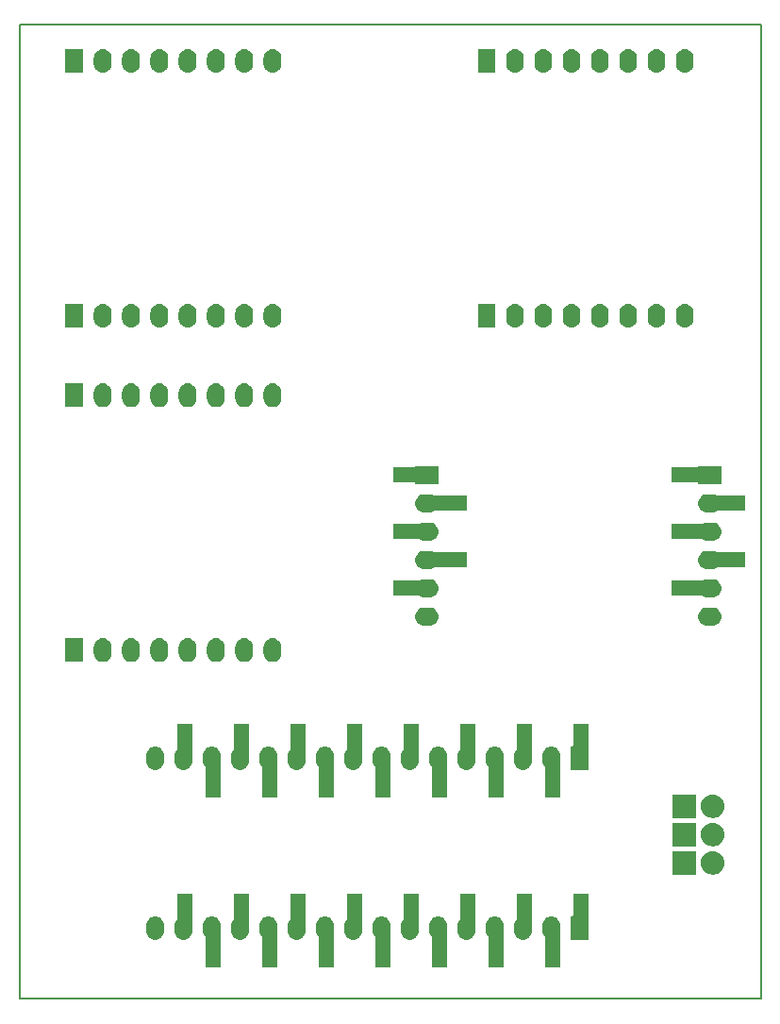
<source format=gbr>
%TF.GenerationSoftware,KiCad,Pcbnew,5.0.2+dfsg1-1*%
%TF.CreationDate,2020-04-12T10:59:42+02:00*%
%TF.ProjectId,fietslamp,66696574-736c-4616-9d70-2e6b69636164,rev?*%
%TF.SameCoordinates,Original*%
%TF.FileFunction,Soldermask,Top*%
%TF.FilePolarity,Negative*%
%FSLAX46Y46*%
G04 Gerber Fmt 4.6, Leading zero omitted, Abs format (unit mm)*
G04 Created by KiCad (PCBNEW 5.0.2+dfsg1-1) date zo 12 apr 2020 10:59:42 CEST*
%MOMM*%
%LPD*%
G01*
G04 APERTURE LIST*
%ADD10C,0.150000*%
G04 APERTURE END LIST*
D10*
X74168000Y-41656000D02*
X140716000Y-41656000D01*
X74168000Y-129032000D02*
X74168000Y-41656000D01*
X140716000Y-129032000D02*
X74168000Y-129032000D01*
X140716000Y-41656000D02*
X140716000Y-129032000D01*
G36*
X111917025Y-121642590D02*
X112068012Y-121688392D01*
X112207165Y-121762770D01*
X112329133Y-121862867D01*
X112429230Y-121984835D01*
X112503608Y-122123988D01*
X112549410Y-122274975D01*
X112561000Y-122392654D01*
X112561000Y-122971346D01*
X112552687Y-123055748D01*
X112552687Y-123080252D01*
X112557467Y-123104285D01*
X112562000Y-123115228D01*
X112562000Y-126255000D01*
X111190000Y-126255000D01*
X111190000Y-123544802D01*
X111187598Y-123520416D01*
X111180485Y-123496967D01*
X111161627Y-123465503D01*
X111090769Y-123379161D01*
X111016392Y-123240011D01*
X110970590Y-123089024D01*
X110959000Y-122971345D01*
X110959000Y-122392654D01*
X110970590Y-122274975D01*
X110993491Y-122199482D01*
X111016392Y-122123988D01*
X111090771Y-121984835D01*
X111190868Y-121862867D01*
X111199864Y-121855484D01*
X111312836Y-121762770D01*
X111451989Y-121688392D01*
X111602976Y-121642590D01*
X111760000Y-121627125D01*
X111917025Y-121642590D01*
X111917025Y-121642590D01*
G37*
G36*
X116997025Y-121642590D02*
X117148012Y-121688392D01*
X117287165Y-121762770D01*
X117409133Y-121862867D01*
X117509230Y-121984835D01*
X117583608Y-122123988D01*
X117629410Y-122274975D01*
X117641000Y-122392654D01*
X117641000Y-122971346D01*
X117632687Y-123055748D01*
X117632687Y-123080252D01*
X117637467Y-123104285D01*
X117642000Y-123115228D01*
X117642000Y-126255000D01*
X116270000Y-126255000D01*
X116270000Y-123544802D01*
X116267598Y-123520416D01*
X116260485Y-123496967D01*
X116241627Y-123465503D01*
X116170769Y-123379161D01*
X116096392Y-123240011D01*
X116050590Y-123089024D01*
X116039000Y-122971345D01*
X116039000Y-122392654D01*
X116050590Y-122274975D01*
X116073491Y-122199482D01*
X116096392Y-122123988D01*
X116170771Y-121984835D01*
X116270868Y-121862867D01*
X116279864Y-121855484D01*
X116392836Y-121762770D01*
X116531989Y-121688392D01*
X116682976Y-121642590D01*
X116840000Y-121627125D01*
X116997025Y-121642590D01*
X116997025Y-121642590D01*
G37*
G36*
X122077025Y-121642590D02*
X122228012Y-121688392D01*
X122367165Y-121762770D01*
X122489133Y-121862867D01*
X122589230Y-121984835D01*
X122663608Y-122123988D01*
X122709410Y-122274975D01*
X122721000Y-122392654D01*
X122721000Y-122971346D01*
X122712687Y-123055748D01*
X122712687Y-123080252D01*
X122717467Y-123104285D01*
X122722000Y-123115228D01*
X122722000Y-126255000D01*
X121350000Y-126255000D01*
X121350000Y-123544802D01*
X121347598Y-123520416D01*
X121340485Y-123496967D01*
X121321627Y-123465503D01*
X121250769Y-123379161D01*
X121176392Y-123240011D01*
X121130590Y-123089024D01*
X121119000Y-122971345D01*
X121119000Y-122392654D01*
X121130590Y-122274975D01*
X121153491Y-122199482D01*
X121176392Y-122123988D01*
X121250771Y-121984835D01*
X121350868Y-121862867D01*
X121359864Y-121855484D01*
X121472836Y-121762770D01*
X121611989Y-121688392D01*
X121762976Y-121642590D01*
X121920000Y-121627125D01*
X122077025Y-121642590D01*
X122077025Y-121642590D01*
G37*
G36*
X91597025Y-121642590D02*
X91748012Y-121688392D01*
X91887165Y-121762770D01*
X92009133Y-121862867D01*
X92109230Y-121984835D01*
X92183608Y-122123988D01*
X92229410Y-122274975D01*
X92241000Y-122392654D01*
X92241000Y-122971346D01*
X92232687Y-123055748D01*
X92232687Y-123080252D01*
X92237467Y-123104285D01*
X92242000Y-123115228D01*
X92242000Y-126255000D01*
X90870000Y-126255000D01*
X90870000Y-123544802D01*
X90867598Y-123520416D01*
X90860485Y-123496967D01*
X90841627Y-123465503D01*
X90770769Y-123379161D01*
X90696392Y-123240011D01*
X90650590Y-123089024D01*
X90639000Y-122971345D01*
X90639000Y-122392654D01*
X90650590Y-122274975D01*
X90673491Y-122199482D01*
X90696392Y-122123988D01*
X90770771Y-121984835D01*
X90870868Y-121862867D01*
X90879864Y-121855484D01*
X90992836Y-121762770D01*
X91131989Y-121688392D01*
X91282976Y-121642590D01*
X91440000Y-121627125D01*
X91597025Y-121642590D01*
X91597025Y-121642590D01*
G37*
G36*
X106837025Y-121642590D02*
X106988012Y-121688392D01*
X107127165Y-121762770D01*
X107249133Y-121862867D01*
X107349230Y-121984835D01*
X107423608Y-122123988D01*
X107469410Y-122274975D01*
X107481000Y-122392654D01*
X107481000Y-122971346D01*
X107472687Y-123055748D01*
X107472687Y-123080252D01*
X107477467Y-123104285D01*
X107482000Y-123115228D01*
X107482000Y-126255000D01*
X106110000Y-126255000D01*
X106110000Y-123544802D01*
X106107598Y-123520416D01*
X106100485Y-123496967D01*
X106081627Y-123465503D01*
X106010769Y-123379161D01*
X105936392Y-123240011D01*
X105890590Y-123089024D01*
X105879000Y-122971345D01*
X105879000Y-122392654D01*
X105890590Y-122274975D01*
X105913491Y-122199482D01*
X105936392Y-122123988D01*
X106010771Y-121984835D01*
X106110868Y-121862867D01*
X106119864Y-121855484D01*
X106232836Y-121762770D01*
X106371989Y-121688392D01*
X106522976Y-121642590D01*
X106680000Y-121627125D01*
X106837025Y-121642590D01*
X106837025Y-121642590D01*
G37*
G36*
X96677025Y-121642590D02*
X96828012Y-121688392D01*
X96967165Y-121762770D01*
X97089133Y-121862867D01*
X97189230Y-121984835D01*
X97263608Y-122123988D01*
X97309410Y-122274975D01*
X97321000Y-122392654D01*
X97321000Y-122971346D01*
X97312687Y-123055748D01*
X97312687Y-123080252D01*
X97317467Y-123104285D01*
X97322000Y-123115228D01*
X97322000Y-126255000D01*
X95950000Y-126255000D01*
X95950000Y-123544802D01*
X95947598Y-123520416D01*
X95940485Y-123496967D01*
X95921627Y-123465503D01*
X95850769Y-123379161D01*
X95776392Y-123240011D01*
X95730590Y-123089024D01*
X95719000Y-122971345D01*
X95719000Y-122392654D01*
X95730590Y-122274975D01*
X95753491Y-122199482D01*
X95776392Y-122123988D01*
X95850771Y-121984835D01*
X95950868Y-121862867D01*
X95959864Y-121855484D01*
X96072836Y-121762770D01*
X96211989Y-121688392D01*
X96362976Y-121642590D01*
X96520000Y-121627125D01*
X96677025Y-121642590D01*
X96677025Y-121642590D01*
G37*
G36*
X101757025Y-121642590D02*
X101908012Y-121688392D01*
X102047165Y-121762770D01*
X102169133Y-121862867D01*
X102269230Y-121984835D01*
X102343608Y-122123988D01*
X102389410Y-122274975D01*
X102401000Y-122392654D01*
X102401000Y-122971346D01*
X102392687Y-123055748D01*
X102392687Y-123080252D01*
X102397467Y-123104285D01*
X102402000Y-123115228D01*
X102402000Y-126255000D01*
X101030000Y-126255000D01*
X101030000Y-123544802D01*
X101027598Y-123520416D01*
X101020485Y-123496967D01*
X101001627Y-123465503D01*
X100930769Y-123379161D01*
X100856392Y-123240011D01*
X100810590Y-123089024D01*
X100799000Y-122971345D01*
X100799000Y-122392654D01*
X100810590Y-122274975D01*
X100833491Y-122199482D01*
X100856392Y-122123988D01*
X100930771Y-121984835D01*
X101030868Y-121862867D01*
X101039864Y-121855484D01*
X101152836Y-121762770D01*
X101291989Y-121688392D01*
X101442976Y-121642590D01*
X101600000Y-121627125D01*
X101757025Y-121642590D01*
X101757025Y-121642590D01*
G37*
G36*
X89702000Y-122769848D02*
X89701000Y-122780000D01*
X89701000Y-122971346D01*
X89689410Y-123089025D01*
X89643608Y-123240012D01*
X89569230Y-123379165D01*
X89469136Y-123501130D01*
X89469134Y-123501131D01*
X89469133Y-123501133D01*
X89469129Y-123501136D01*
X89347161Y-123601232D01*
X89208011Y-123675608D01*
X89057024Y-123721410D01*
X88900000Y-123736875D01*
X88742975Y-123721410D01*
X88591988Y-123675608D01*
X88452835Y-123601230D01*
X88330870Y-123501136D01*
X88330869Y-123501134D01*
X88330867Y-123501133D01*
X88280819Y-123440149D01*
X88230768Y-123379161D01*
X88156392Y-123240011D01*
X88110590Y-123089024D01*
X88099000Y-122971345D01*
X88099000Y-122392654D01*
X88110590Y-122274975D01*
X88133491Y-122199482D01*
X88156392Y-122123988D01*
X88230771Y-121984835D01*
X88301626Y-121898498D01*
X88315240Y-121878123D01*
X88324618Y-121855484D01*
X88330000Y-121819199D01*
X88330000Y-119593000D01*
X89702000Y-119593000D01*
X89702000Y-122769848D01*
X89702000Y-122769848D01*
G37*
G36*
X86517025Y-121642590D02*
X86668012Y-121688392D01*
X86807165Y-121762770D01*
X86929133Y-121862867D01*
X87029230Y-121984835D01*
X87103608Y-122123988D01*
X87149410Y-122274975D01*
X87161000Y-122392654D01*
X87161000Y-122971346D01*
X87149410Y-123089025D01*
X87103608Y-123240012D01*
X87029230Y-123379165D01*
X86929136Y-123501130D01*
X86929134Y-123501131D01*
X86929133Y-123501133D01*
X86929129Y-123501136D01*
X86807161Y-123601232D01*
X86668011Y-123675608D01*
X86517024Y-123721410D01*
X86360000Y-123736875D01*
X86202975Y-123721410D01*
X86051988Y-123675608D01*
X85912835Y-123601230D01*
X85790870Y-123501136D01*
X85790869Y-123501134D01*
X85790867Y-123501133D01*
X85740819Y-123440149D01*
X85690768Y-123379161D01*
X85616392Y-123240011D01*
X85570590Y-123089024D01*
X85559000Y-122971345D01*
X85559000Y-122392654D01*
X85570590Y-122274975D01*
X85593491Y-122199482D01*
X85616392Y-122123988D01*
X85690771Y-121984835D01*
X85790868Y-121862867D01*
X85799864Y-121855484D01*
X85912836Y-121762770D01*
X86051989Y-121688392D01*
X86202976Y-121642590D01*
X86360000Y-121627125D01*
X86517025Y-121642590D01*
X86517025Y-121642590D01*
G37*
G36*
X94782000Y-122769848D02*
X94781000Y-122780000D01*
X94781000Y-122971346D01*
X94769410Y-123089025D01*
X94723608Y-123240012D01*
X94649230Y-123379165D01*
X94549136Y-123501130D01*
X94549134Y-123501131D01*
X94549133Y-123501133D01*
X94549129Y-123501136D01*
X94427161Y-123601232D01*
X94288011Y-123675608D01*
X94137024Y-123721410D01*
X93980000Y-123736875D01*
X93822975Y-123721410D01*
X93671988Y-123675608D01*
X93532835Y-123601230D01*
X93410870Y-123501136D01*
X93410869Y-123501134D01*
X93410867Y-123501133D01*
X93360819Y-123440149D01*
X93310768Y-123379161D01*
X93236392Y-123240011D01*
X93190590Y-123089024D01*
X93179000Y-122971345D01*
X93179000Y-122392654D01*
X93190590Y-122274975D01*
X93213491Y-122199482D01*
X93236392Y-122123988D01*
X93310771Y-121984835D01*
X93381626Y-121898498D01*
X93395240Y-121878123D01*
X93404618Y-121855484D01*
X93410000Y-121819199D01*
X93410000Y-119593000D01*
X94782000Y-119593000D01*
X94782000Y-122769848D01*
X94782000Y-122769848D01*
G37*
G36*
X99862000Y-122769848D02*
X99861000Y-122780000D01*
X99861000Y-122971346D01*
X99849410Y-123089025D01*
X99803608Y-123240012D01*
X99729230Y-123379165D01*
X99629136Y-123501130D01*
X99629134Y-123501131D01*
X99629133Y-123501133D01*
X99629129Y-123501136D01*
X99507161Y-123601232D01*
X99368011Y-123675608D01*
X99217024Y-123721410D01*
X99060000Y-123736875D01*
X98902975Y-123721410D01*
X98751988Y-123675608D01*
X98612835Y-123601230D01*
X98490870Y-123501136D01*
X98490869Y-123501134D01*
X98490867Y-123501133D01*
X98440819Y-123440149D01*
X98390768Y-123379161D01*
X98316392Y-123240011D01*
X98270590Y-123089024D01*
X98259000Y-122971345D01*
X98259000Y-122392654D01*
X98270590Y-122274975D01*
X98293491Y-122199482D01*
X98316392Y-122123988D01*
X98390771Y-121984835D01*
X98461626Y-121898498D01*
X98475240Y-121878123D01*
X98484618Y-121855484D01*
X98490000Y-121819199D01*
X98490000Y-119593000D01*
X99862000Y-119593000D01*
X99862000Y-122769848D01*
X99862000Y-122769848D01*
G37*
G36*
X104942000Y-122769848D02*
X104941000Y-122780000D01*
X104941000Y-122971346D01*
X104929410Y-123089025D01*
X104883608Y-123240012D01*
X104809230Y-123379165D01*
X104709136Y-123501130D01*
X104709134Y-123501131D01*
X104709133Y-123501133D01*
X104709129Y-123501136D01*
X104587161Y-123601232D01*
X104448011Y-123675608D01*
X104297024Y-123721410D01*
X104140000Y-123736875D01*
X103982975Y-123721410D01*
X103831988Y-123675608D01*
X103692835Y-123601230D01*
X103570870Y-123501136D01*
X103570869Y-123501134D01*
X103570867Y-123501133D01*
X103520819Y-123440149D01*
X103470768Y-123379161D01*
X103396392Y-123240011D01*
X103350590Y-123089024D01*
X103339000Y-122971345D01*
X103339000Y-122392654D01*
X103350590Y-122274975D01*
X103373491Y-122199482D01*
X103396392Y-122123988D01*
X103470771Y-121984835D01*
X103541626Y-121898498D01*
X103555240Y-121878123D01*
X103564618Y-121855484D01*
X103570000Y-121819199D01*
X103570000Y-119593000D01*
X104942000Y-119593000D01*
X104942000Y-122769848D01*
X104942000Y-122769848D01*
G37*
G36*
X110022000Y-122769848D02*
X110021000Y-122780000D01*
X110021000Y-122971346D01*
X110009410Y-123089025D01*
X109963608Y-123240012D01*
X109889230Y-123379165D01*
X109789136Y-123501130D01*
X109789134Y-123501131D01*
X109789133Y-123501133D01*
X109789129Y-123501136D01*
X109667161Y-123601232D01*
X109528011Y-123675608D01*
X109377024Y-123721410D01*
X109220000Y-123736875D01*
X109062975Y-123721410D01*
X108911988Y-123675608D01*
X108772835Y-123601230D01*
X108650870Y-123501136D01*
X108650869Y-123501134D01*
X108650867Y-123501133D01*
X108600819Y-123440149D01*
X108550768Y-123379161D01*
X108476392Y-123240011D01*
X108430590Y-123089024D01*
X108419000Y-122971345D01*
X108419000Y-122392654D01*
X108430590Y-122274975D01*
X108453491Y-122199482D01*
X108476392Y-122123988D01*
X108550771Y-121984835D01*
X108621626Y-121898498D01*
X108635240Y-121878123D01*
X108644618Y-121855484D01*
X108650000Y-121819199D01*
X108650000Y-119593000D01*
X110022000Y-119593000D01*
X110022000Y-122769848D01*
X110022000Y-122769848D01*
G37*
G36*
X115102000Y-122769848D02*
X115101000Y-122780000D01*
X115101000Y-122971346D01*
X115089410Y-123089025D01*
X115043608Y-123240012D01*
X114969230Y-123379165D01*
X114869136Y-123501130D01*
X114869134Y-123501131D01*
X114869133Y-123501133D01*
X114869129Y-123501136D01*
X114747161Y-123601232D01*
X114608011Y-123675608D01*
X114457024Y-123721410D01*
X114300000Y-123736875D01*
X114142975Y-123721410D01*
X113991988Y-123675608D01*
X113852835Y-123601230D01*
X113730870Y-123501136D01*
X113730869Y-123501134D01*
X113730867Y-123501133D01*
X113680819Y-123440149D01*
X113630768Y-123379161D01*
X113556392Y-123240011D01*
X113510590Y-123089024D01*
X113499000Y-122971345D01*
X113499000Y-122392654D01*
X113510590Y-122274975D01*
X113533491Y-122199482D01*
X113556392Y-122123988D01*
X113630771Y-121984835D01*
X113701626Y-121898498D01*
X113715240Y-121878123D01*
X113724618Y-121855484D01*
X113730000Y-121819199D01*
X113730000Y-119593000D01*
X115102000Y-119593000D01*
X115102000Y-122769848D01*
X115102000Y-122769848D01*
G37*
G36*
X120182000Y-122769848D02*
X120181000Y-122780000D01*
X120181000Y-122971346D01*
X120169410Y-123089025D01*
X120123608Y-123240012D01*
X120049230Y-123379165D01*
X119949136Y-123501130D01*
X119949134Y-123501131D01*
X119949133Y-123501133D01*
X119949129Y-123501136D01*
X119827161Y-123601232D01*
X119688011Y-123675608D01*
X119537024Y-123721410D01*
X119380000Y-123736875D01*
X119222975Y-123721410D01*
X119071988Y-123675608D01*
X118932835Y-123601230D01*
X118810870Y-123501136D01*
X118810869Y-123501134D01*
X118810867Y-123501133D01*
X118760819Y-123440149D01*
X118710768Y-123379161D01*
X118636392Y-123240011D01*
X118590590Y-123089024D01*
X118579000Y-122971345D01*
X118579000Y-122392654D01*
X118590590Y-122274975D01*
X118613491Y-122199482D01*
X118636392Y-122123988D01*
X118710771Y-121984835D01*
X118781626Y-121898498D01*
X118795240Y-121878123D01*
X118804618Y-121855484D01*
X118810000Y-121819199D01*
X118810000Y-119593000D01*
X120182000Y-119593000D01*
X120182000Y-122769848D01*
X120182000Y-122769848D01*
G37*
G36*
X125262000Y-122769848D02*
X125261000Y-122780000D01*
X125261000Y-123733000D01*
X123659000Y-123733000D01*
X123659000Y-121631000D01*
X123765000Y-121631000D01*
X123789386Y-121628598D01*
X123812835Y-121621485D01*
X123834446Y-121609934D01*
X123853388Y-121594388D01*
X123868934Y-121575446D01*
X123880485Y-121553835D01*
X123887598Y-121530386D01*
X123890000Y-121506000D01*
X123890000Y-119593000D01*
X125262000Y-119593000D01*
X125262000Y-122769848D01*
X125262000Y-122769848D01*
G37*
G36*
X134909000Y-117891000D02*
X132807000Y-117891000D01*
X132807000Y-115789000D01*
X134909000Y-115789000D01*
X134909000Y-117891000D01*
X134909000Y-117891000D01*
G37*
G36*
X136480510Y-115792041D02*
X136604032Y-115804207D01*
X136802146Y-115864305D01*
X136984729Y-115961897D01*
X137144765Y-116093235D01*
X137276103Y-116253271D01*
X137373695Y-116435854D01*
X137433793Y-116633968D01*
X137454085Y-116840000D01*
X137433793Y-117046032D01*
X137373695Y-117244146D01*
X137276103Y-117426729D01*
X137144765Y-117586765D01*
X136984729Y-117718103D01*
X136802146Y-117815695D01*
X136604032Y-117875793D01*
X136480510Y-117887959D01*
X136449631Y-117891000D01*
X136346369Y-117891000D01*
X136315490Y-117887959D01*
X136191968Y-117875793D01*
X135993854Y-117815695D01*
X135811271Y-117718103D01*
X135651235Y-117586765D01*
X135519897Y-117426729D01*
X135422305Y-117244146D01*
X135362207Y-117046032D01*
X135341915Y-116840000D01*
X135362207Y-116633968D01*
X135422305Y-116435854D01*
X135519897Y-116253271D01*
X135651235Y-116093235D01*
X135811271Y-115961897D01*
X135993854Y-115864305D01*
X136191968Y-115804207D01*
X136315490Y-115792041D01*
X136346369Y-115789000D01*
X136449631Y-115789000D01*
X136480510Y-115792041D01*
X136480510Y-115792041D01*
G37*
G36*
X136480510Y-113252041D02*
X136604032Y-113264207D01*
X136802146Y-113324305D01*
X136984729Y-113421897D01*
X137144765Y-113553235D01*
X137276103Y-113713271D01*
X137373695Y-113895854D01*
X137433793Y-114093968D01*
X137454085Y-114300000D01*
X137433793Y-114506032D01*
X137373695Y-114704146D01*
X137276103Y-114886729D01*
X137144765Y-115046765D01*
X136984729Y-115178103D01*
X136802146Y-115275695D01*
X136604032Y-115335793D01*
X136480510Y-115347959D01*
X136449631Y-115351000D01*
X136346369Y-115351000D01*
X136315490Y-115347959D01*
X136191968Y-115335793D01*
X135993854Y-115275695D01*
X135811271Y-115178103D01*
X135651235Y-115046765D01*
X135519897Y-114886729D01*
X135422305Y-114704146D01*
X135362207Y-114506032D01*
X135341915Y-114300000D01*
X135362207Y-114093968D01*
X135422305Y-113895854D01*
X135519897Y-113713271D01*
X135651235Y-113553235D01*
X135811271Y-113421897D01*
X135993854Y-113324305D01*
X136191968Y-113264207D01*
X136315490Y-113252041D01*
X136346369Y-113249000D01*
X136449631Y-113249000D01*
X136480510Y-113252041D01*
X136480510Y-113252041D01*
G37*
G36*
X134909000Y-115351000D02*
X132807000Y-115351000D01*
X132807000Y-113249000D01*
X134909000Y-113249000D01*
X134909000Y-115351000D01*
X134909000Y-115351000D01*
G37*
G36*
X136480510Y-110712041D02*
X136604032Y-110724207D01*
X136802146Y-110784305D01*
X136984729Y-110881897D01*
X137144765Y-111013235D01*
X137276103Y-111173271D01*
X137373695Y-111355854D01*
X137433793Y-111553968D01*
X137454085Y-111760000D01*
X137433793Y-111966032D01*
X137373695Y-112164146D01*
X137276103Y-112346729D01*
X137144765Y-112506765D01*
X136984729Y-112638103D01*
X136802146Y-112735695D01*
X136604032Y-112795793D01*
X136480510Y-112807959D01*
X136449631Y-112811000D01*
X136346369Y-112811000D01*
X136315490Y-112807959D01*
X136191968Y-112795793D01*
X135993854Y-112735695D01*
X135811271Y-112638103D01*
X135651235Y-112506765D01*
X135519897Y-112346729D01*
X135422305Y-112164146D01*
X135362207Y-111966032D01*
X135341915Y-111760000D01*
X135362207Y-111553968D01*
X135422305Y-111355854D01*
X135519897Y-111173271D01*
X135651235Y-111013235D01*
X135811271Y-110881897D01*
X135993854Y-110784305D01*
X136191968Y-110724207D01*
X136315490Y-110712041D01*
X136346369Y-110709000D01*
X136449631Y-110709000D01*
X136480510Y-110712041D01*
X136480510Y-110712041D01*
G37*
G36*
X134909000Y-112811000D02*
X132807000Y-112811000D01*
X132807000Y-110709000D01*
X134909000Y-110709000D01*
X134909000Y-112811000D01*
X134909000Y-112811000D01*
G37*
G36*
X91597025Y-106402590D02*
X91748012Y-106448392D01*
X91887165Y-106522770D01*
X92009133Y-106622867D01*
X92109230Y-106744835D01*
X92183608Y-106883988D01*
X92229410Y-107034975D01*
X92241000Y-107152654D01*
X92241000Y-107731346D01*
X92232687Y-107815748D01*
X92232687Y-107840252D01*
X92237467Y-107864285D01*
X92242000Y-107875228D01*
X92242000Y-111015000D01*
X90870000Y-111015000D01*
X90870000Y-108304802D01*
X90867598Y-108280416D01*
X90860485Y-108256967D01*
X90841627Y-108225503D01*
X90770769Y-108139161D01*
X90696392Y-108000011D01*
X90650590Y-107849024D01*
X90639000Y-107731345D01*
X90639000Y-107152654D01*
X90650590Y-107034975D01*
X90673491Y-106959483D01*
X90696392Y-106883988D01*
X90770771Y-106744835D01*
X90870868Y-106622867D01*
X90879864Y-106615484D01*
X90992836Y-106522770D01*
X91131989Y-106448392D01*
X91282976Y-106402590D01*
X91440000Y-106387125D01*
X91597025Y-106402590D01*
X91597025Y-106402590D01*
G37*
G36*
X96677025Y-106402590D02*
X96828012Y-106448392D01*
X96967165Y-106522770D01*
X97089133Y-106622867D01*
X97189230Y-106744835D01*
X97263608Y-106883988D01*
X97309410Y-107034975D01*
X97321000Y-107152654D01*
X97321000Y-107731346D01*
X97312687Y-107815748D01*
X97312687Y-107840252D01*
X97317467Y-107864285D01*
X97322000Y-107875228D01*
X97322000Y-111015000D01*
X95950000Y-111015000D01*
X95950000Y-108304802D01*
X95947598Y-108280416D01*
X95940485Y-108256967D01*
X95921627Y-108225503D01*
X95850769Y-108139161D01*
X95776392Y-108000011D01*
X95730590Y-107849024D01*
X95719000Y-107731345D01*
X95719000Y-107152654D01*
X95730590Y-107034975D01*
X95753491Y-106959483D01*
X95776392Y-106883988D01*
X95850771Y-106744835D01*
X95950868Y-106622867D01*
X95959864Y-106615484D01*
X96072836Y-106522770D01*
X96211989Y-106448392D01*
X96362976Y-106402590D01*
X96520000Y-106387125D01*
X96677025Y-106402590D01*
X96677025Y-106402590D01*
G37*
G36*
X111917025Y-106402590D02*
X112068012Y-106448392D01*
X112207165Y-106522770D01*
X112329133Y-106622867D01*
X112429230Y-106744835D01*
X112503608Y-106883988D01*
X112549410Y-107034975D01*
X112561000Y-107152654D01*
X112561000Y-107731346D01*
X112552687Y-107815748D01*
X112552687Y-107840252D01*
X112557467Y-107864285D01*
X112562000Y-107875228D01*
X112562000Y-111015000D01*
X111190000Y-111015000D01*
X111190000Y-108304802D01*
X111187598Y-108280416D01*
X111180485Y-108256967D01*
X111161627Y-108225503D01*
X111090769Y-108139161D01*
X111016392Y-108000011D01*
X110970590Y-107849024D01*
X110959000Y-107731345D01*
X110959000Y-107152654D01*
X110970590Y-107034975D01*
X110993491Y-106959483D01*
X111016392Y-106883988D01*
X111090771Y-106744835D01*
X111190868Y-106622867D01*
X111199864Y-106615484D01*
X111312836Y-106522770D01*
X111451989Y-106448392D01*
X111602976Y-106402590D01*
X111760000Y-106387125D01*
X111917025Y-106402590D01*
X111917025Y-106402590D01*
G37*
G36*
X116997025Y-106402590D02*
X117148012Y-106448392D01*
X117287165Y-106522770D01*
X117409133Y-106622867D01*
X117509230Y-106744835D01*
X117583608Y-106883988D01*
X117629410Y-107034975D01*
X117641000Y-107152654D01*
X117641000Y-107731346D01*
X117632687Y-107815748D01*
X117632687Y-107840252D01*
X117637467Y-107864285D01*
X117642000Y-107875228D01*
X117642000Y-111015000D01*
X116270000Y-111015000D01*
X116270000Y-108304802D01*
X116267598Y-108280416D01*
X116260485Y-108256967D01*
X116241627Y-108225503D01*
X116170769Y-108139161D01*
X116096392Y-108000011D01*
X116050590Y-107849024D01*
X116039000Y-107731345D01*
X116039000Y-107152654D01*
X116050590Y-107034975D01*
X116073491Y-106959483D01*
X116096392Y-106883988D01*
X116170771Y-106744835D01*
X116270868Y-106622867D01*
X116279864Y-106615484D01*
X116392836Y-106522770D01*
X116531989Y-106448392D01*
X116682976Y-106402590D01*
X116840000Y-106387125D01*
X116997025Y-106402590D01*
X116997025Y-106402590D01*
G37*
G36*
X122077025Y-106402590D02*
X122228012Y-106448392D01*
X122367165Y-106522770D01*
X122489133Y-106622867D01*
X122589230Y-106744835D01*
X122663608Y-106883988D01*
X122709410Y-107034975D01*
X122721000Y-107152654D01*
X122721000Y-107731346D01*
X122712687Y-107815748D01*
X122712687Y-107840252D01*
X122717467Y-107864285D01*
X122722000Y-107875228D01*
X122722000Y-111015000D01*
X121350000Y-111015000D01*
X121350000Y-108304802D01*
X121347598Y-108280416D01*
X121340485Y-108256967D01*
X121321627Y-108225503D01*
X121250769Y-108139161D01*
X121176392Y-108000011D01*
X121130590Y-107849024D01*
X121119000Y-107731345D01*
X121119000Y-107152654D01*
X121130590Y-107034975D01*
X121153491Y-106959483D01*
X121176392Y-106883988D01*
X121250771Y-106744835D01*
X121350868Y-106622867D01*
X121359864Y-106615484D01*
X121472836Y-106522770D01*
X121611989Y-106448392D01*
X121762976Y-106402590D01*
X121920000Y-106387125D01*
X122077025Y-106402590D01*
X122077025Y-106402590D01*
G37*
G36*
X101757025Y-106402590D02*
X101908012Y-106448392D01*
X102047165Y-106522770D01*
X102169133Y-106622867D01*
X102269230Y-106744835D01*
X102343608Y-106883988D01*
X102389410Y-107034975D01*
X102401000Y-107152654D01*
X102401000Y-107731346D01*
X102392687Y-107815748D01*
X102392687Y-107840252D01*
X102397467Y-107864285D01*
X102402000Y-107875228D01*
X102402000Y-111015000D01*
X101030000Y-111015000D01*
X101030000Y-108304802D01*
X101027598Y-108280416D01*
X101020485Y-108256967D01*
X101001627Y-108225503D01*
X100930769Y-108139161D01*
X100856392Y-108000011D01*
X100810590Y-107849024D01*
X100799000Y-107731345D01*
X100799000Y-107152654D01*
X100810590Y-107034975D01*
X100833491Y-106959483D01*
X100856392Y-106883988D01*
X100930771Y-106744835D01*
X101030868Y-106622867D01*
X101039864Y-106615484D01*
X101152836Y-106522770D01*
X101291989Y-106448392D01*
X101442976Y-106402590D01*
X101600000Y-106387125D01*
X101757025Y-106402590D01*
X101757025Y-106402590D01*
G37*
G36*
X106837025Y-106402590D02*
X106988012Y-106448392D01*
X107127165Y-106522770D01*
X107249133Y-106622867D01*
X107349230Y-106744835D01*
X107423608Y-106883988D01*
X107469410Y-107034975D01*
X107481000Y-107152654D01*
X107481000Y-107731346D01*
X107472687Y-107815748D01*
X107472687Y-107840252D01*
X107477467Y-107864285D01*
X107482000Y-107875228D01*
X107482000Y-111015000D01*
X106110000Y-111015000D01*
X106110000Y-108304802D01*
X106107598Y-108280416D01*
X106100485Y-108256967D01*
X106081627Y-108225503D01*
X106010769Y-108139161D01*
X105936392Y-108000011D01*
X105890590Y-107849024D01*
X105879000Y-107731345D01*
X105879000Y-107152654D01*
X105890590Y-107034975D01*
X105913491Y-106959483D01*
X105936392Y-106883988D01*
X106010771Y-106744835D01*
X106110868Y-106622867D01*
X106119864Y-106615484D01*
X106232836Y-106522770D01*
X106371989Y-106448392D01*
X106522976Y-106402590D01*
X106680000Y-106387125D01*
X106837025Y-106402590D01*
X106837025Y-106402590D01*
G37*
G36*
X120182000Y-107529848D02*
X120181000Y-107540000D01*
X120181000Y-107731346D01*
X120169410Y-107849025D01*
X120123608Y-108000012D01*
X120049230Y-108139165D01*
X119949136Y-108261130D01*
X119949134Y-108261131D01*
X119949133Y-108261133D01*
X119949129Y-108261136D01*
X119827161Y-108361232D01*
X119688011Y-108435608D01*
X119537024Y-108481410D01*
X119380000Y-108496875D01*
X119222975Y-108481410D01*
X119071988Y-108435608D01*
X118932835Y-108361230D01*
X118810870Y-108261136D01*
X118810869Y-108261134D01*
X118810867Y-108261133D01*
X118760819Y-108200149D01*
X118710768Y-108139161D01*
X118636392Y-108000011D01*
X118590590Y-107849024D01*
X118579000Y-107731345D01*
X118579000Y-107152654D01*
X118590590Y-107034975D01*
X118613491Y-106959483D01*
X118636392Y-106883988D01*
X118710771Y-106744835D01*
X118781626Y-106658498D01*
X118795240Y-106638123D01*
X118804618Y-106615484D01*
X118810000Y-106579199D01*
X118810000Y-104353000D01*
X120182000Y-104353000D01*
X120182000Y-107529848D01*
X120182000Y-107529848D01*
G37*
G36*
X86517025Y-106402590D02*
X86668012Y-106448392D01*
X86807165Y-106522770D01*
X86929133Y-106622867D01*
X87029230Y-106744835D01*
X87103608Y-106883988D01*
X87149410Y-107034975D01*
X87161000Y-107152654D01*
X87161000Y-107731346D01*
X87149410Y-107849025D01*
X87103608Y-108000012D01*
X87029230Y-108139165D01*
X86929136Y-108261130D01*
X86929134Y-108261131D01*
X86929133Y-108261133D01*
X86929129Y-108261136D01*
X86807161Y-108361232D01*
X86668011Y-108435608D01*
X86517024Y-108481410D01*
X86360000Y-108496875D01*
X86202975Y-108481410D01*
X86051988Y-108435608D01*
X85912835Y-108361230D01*
X85790870Y-108261136D01*
X85790869Y-108261134D01*
X85790867Y-108261133D01*
X85740819Y-108200149D01*
X85690768Y-108139161D01*
X85616392Y-108000011D01*
X85570590Y-107849024D01*
X85559000Y-107731345D01*
X85559000Y-107152654D01*
X85570590Y-107034975D01*
X85593491Y-106959483D01*
X85616392Y-106883988D01*
X85690771Y-106744835D01*
X85790868Y-106622867D01*
X85799864Y-106615484D01*
X85912836Y-106522770D01*
X86051989Y-106448392D01*
X86202976Y-106402590D01*
X86360000Y-106387125D01*
X86517025Y-106402590D01*
X86517025Y-106402590D01*
G37*
G36*
X89702000Y-107529848D02*
X89701000Y-107540000D01*
X89701000Y-107731346D01*
X89689410Y-107849025D01*
X89643608Y-108000012D01*
X89569230Y-108139165D01*
X89469136Y-108261130D01*
X89469134Y-108261131D01*
X89469133Y-108261133D01*
X89469129Y-108261136D01*
X89347161Y-108361232D01*
X89208011Y-108435608D01*
X89057024Y-108481410D01*
X88900000Y-108496875D01*
X88742975Y-108481410D01*
X88591988Y-108435608D01*
X88452835Y-108361230D01*
X88330870Y-108261136D01*
X88330869Y-108261134D01*
X88330867Y-108261133D01*
X88280819Y-108200149D01*
X88230768Y-108139161D01*
X88156392Y-108000011D01*
X88110590Y-107849024D01*
X88099000Y-107731345D01*
X88099000Y-107152654D01*
X88110590Y-107034975D01*
X88133491Y-106959483D01*
X88156392Y-106883988D01*
X88230771Y-106744835D01*
X88301626Y-106658498D01*
X88315240Y-106638123D01*
X88324618Y-106615484D01*
X88330000Y-106579199D01*
X88330000Y-104353000D01*
X89702000Y-104353000D01*
X89702000Y-107529848D01*
X89702000Y-107529848D01*
G37*
G36*
X94782000Y-107529848D02*
X94781000Y-107540000D01*
X94781000Y-107731346D01*
X94769410Y-107849025D01*
X94723608Y-108000012D01*
X94649230Y-108139165D01*
X94549136Y-108261130D01*
X94549134Y-108261131D01*
X94549133Y-108261133D01*
X94549129Y-108261136D01*
X94427161Y-108361232D01*
X94288011Y-108435608D01*
X94137024Y-108481410D01*
X93980000Y-108496875D01*
X93822975Y-108481410D01*
X93671988Y-108435608D01*
X93532835Y-108361230D01*
X93410870Y-108261136D01*
X93410869Y-108261134D01*
X93410867Y-108261133D01*
X93360819Y-108200149D01*
X93310768Y-108139161D01*
X93236392Y-108000011D01*
X93190590Y-107849024D01*
X93179000Y-107731345D01*
X93179000Y-107152654D01*
X93190590Y-107034975D01*
X93213491Y-106959483D01*
X93236392Y-106883988D01*
X93310771Y-106744835D01*
X93381626Y-106658498D01*
X93395240Y-106638123D01*
X93404618Y-106615484D01*
X93410000Y-106579199D01*
X93410000Y-104353000D01*
X94782000Y-104353000D01*
X94782000Y-107529848D01*
X94782000Y-107529848D01*
G37*
G36*
X99862000Y-107529848D02*
X99861000Y-107540000D01*
X99861000Y-107731346D01*
X99849410Y-107849025D01*
X99803608Y-108000012D01*
X99729230Y-108139165D01*
X99629136Y-108261130D01*
X99629134Y-108261131D01*
X99629133Y-108261133D01*
X99629129Y-108261136D01*
X99507161Y-108361232D01*
X99368011Y-108435608D01*
X99217024Y-108481410D01*
X99060000Y-108496875D01*
X98902975Y-108481410D01*
X98751988Y-108435608D01*
X98612835Y-108361230D01*
X98490870Y-108261136D01*
X98490869Y-108261134D01*
X98490867Y-108261133D01*
X98440819Y-108200149D01*
X98390768Y-108139161D01*
X98316392Y-108000011D01*
X98270590Y-107849024D01*
X98259000Y-107731345D01*
X98259000Y-107152654D01*
X98270590Y-107034975D01*
X98293491Y-106959483D01*
X98316392Y-106883988D01*
X98390771Y-106744835D01*
X98461626Y-106658498D01*
X98475240Y-106638123D01*
X98484618Y-106615484D01*
X98490000Y-106579199D01*
X98490000Y-104353000D01*
X99862000Y-104353000D01*
X99862000Y-107529848D01*
X99862000Y-107529848D01*
G37*
G36*
X104942000Y-107529848D02*
X104941000Y-107540000D01*
X104941000Y-107731346D01*
X104929410Y-107849025D01*
X104883608Y-108000012D01*
X104809230Y-108139165D01*
X104709136Y-108261130D01*
X104709134Y-108261131D01*
X104709133Y-108261133D01*
X104709129Y-108261136D01*
X104587161Y-108361232D01*
X104448011Y-108435608D01*
X104297024Y-108481410D01*
X104140000Y-108496875D01*
X103982975Y-108481410D01*
X103831988Y-108435608D01*
X103692835Y-108361230D01*
X103570870Y-108261136D01*
X103570869Y-108261134D01*
X103570867Y-108261133D01*
X103520819Y-108200149D01*
X103470768Y-108139161D01*
X103396392Y-108000011D01*
X103350590Y-107849024D01*
X103339000Y-107731345D01*
X103339000Y-107152654D01*
X103350590Y-107034975D01*
X103373491Y-106959483D01*
X103396392Y-106883988D01*
X103470771Y-106744835D01*
X103541626Y-106658498D01*
X103555240Y-106638123D01*
X103564618Y-106615484D01*
X103570000Y-106579199D01*
X103570000Y-104353000D01*
X104942000Y-104353000D01*
X104942000Y-107529848D01*
X104942000Y-107529848D01*
G37*
G36*
X110022000Y-107529848D02*
X110021000Y-107540000D01*
X110021000Y-107731346D01*
X110009410Y-107849025D01*
X109963608Y-108000012D01*
X109889230Y-108139165D01*
X109789136Y-108261130D01*
X109789134Y-108261131D01*
X109789133Y-108261133D01*
X109789129Y-108261136D01*
X109667161Y-108361232D01*
X109528011Y-108435608D01*
X109377024Y-108481410D01*
X109220000Y-108496875D01*
X109062975Y-108481410D01*
X108911988Y-108435608D01*
X108772835Y-108361230D01*
X108650870Y-108261136D01*
X108650869Y-108261134D01*
X108650867Y-108261133D01*
X108600819Y-108200149D01*
X108550768Y-108139161D01*
X108476392Y-108000011D01*
X108430590Y-107849024D01*
X108419000Y-107731345D01*
X108419000Y-107152654D01*
X108430590Y-107034975D01*
X108453491Y-106959483D01*
X108476392Y-106883988D01*
X108550771Y-106744835D01*
X108621626Y-106658498D01*
X108635240Y-106638123D01*
X108644618Y-106615484D01*
X108650000Y-106579199D01*
X108650000Y-104353000D01*
X110022000Y-104353000D01*
X110022000Y-107529848D01*
X110022000Y-107529848D01*
G37*
G36*
X115102000Y-107529848D02*
X115101000Y-107540000D01*
X115101000Y-107731346D01*
X115089410Y-107849025D01*
X115043608Y-108000012D01*
X114969230Y-108139165D01*
X114869136Y-108261130D01*
X114869134Y-108261131D01*
X114869133Y-108261133D01*
X114869129Y-108261136D01*
X114747161Y-108361232D01*
X114608011Y-108435608D01*
X114457024Y-108481410D01*
X114300000Y-108496875D01*
X114142975Y-108481410D01*
X113991988Y-108435608D01*
X113852835Y-108361230D01*
X113730870Y-108261136D01*
X113730869Y-108261134D01*
X113730867Y-108261133D01*
X113680819Y-108200149D01*
X113630768Y-108139161D01*
X113556392Y-108000011D01*
X113510590Y-107849024D01*
X113499000Y-107731345D01*
X113499000Y-107152654D01*
X113510590Y-107034975D01*
X113533491Y-106959483D01*
X113556392Y-106883988D01*
X113630771Y-106744835D01*
X113701626Y-106658498D01*
X113715240Y-106638123D01*
X113724618Y-106615484D01*
X113730000Y-106579199D01*
X113730000Y-104353000D01*
X115102000Y-104353000D01*
X115102000Y-107529848D01*
X115102000Y-107529848D01*
G37*
G36*
X125262000Y-107529848D02*
X125261000Y-107540000D01*
X125261000Y-108493000D01*
X123659000Y-108493000D01*
X123659000Y-106391000D01*
X123765000Y-106391000D01*
X123789386Y-106388598D01*
X123812835Y-106381485D01*
X123834446Y-106369934D01*
X123853388Y-106354388D01*
X123868934Y-106335446D01*
X123880485Y-106313835D01*
X123887598Y-106290386D01*
X123890000Y-106266000D01*
X123890000Y-104353000D01*
X125262000Y-104353000D01*
X125262000Y-107529848D01*
X125262000Y-107529848D01*
G37*
G36*
X89427024Y-96708590D02*
X89578011Y-96754392D01*
X89717161Y-96828768D01*
X89778149Y-96878819D01*
X89839133Y-96928867D01*
X89839134Y-96928869D01*
X89839136Y-96928870D01*
X89939230Y-97050835D01*
X90013608Y-97189988D01*
X90059410Y-97340975D01*
X90071000Y-97458654D01*
X90071000Y-98037346D01*
X90059410Y-98155025D01*
X90013608Y-98306012D01*
X89939230Y-98445165D01*
X89839133Y-98567133D01*
X89717165Y-98667230D01*
X89578012Y-98741608D01*
X89427025Y-98787410D01*
X89270000Y-98802875D01*
X89112976Y-98787410D01*
X88961989Y-98741608D01*
X88822836Y-98667230D01*
X88700868Y-98567133D01*
X88600771Y-98445165D01*
X88526392Y-98306012D01*
X88503491Y-98230517D01*
X88480590Y-98155025D01*
X88469000Y-98037346D01*
X88469000Y-97458655D01*
X88480590Y-97340976D01*
X88526392Y-97189989D01*
X88600768Y-97050839D01*
X88700865Y-96928870D01*
X88700867Y-96928867D01*
X88700869Y-96928866D01*
X88700870Y-96928864D01*
X88822835Y-96828770D01*
X88961988Y-96754392D01*
X89112975Y-96708590D01*
X89270000Y-96693125D01*
X89427024Y-96708590D01*
X89427024Y-96708590D01*
G37*
G36*
X86887024Y-96708590D02*
X87038011Y-96754392D01*
X87177161Y-96828768D01*
X87238149Y-96878819D01*
X87299133Y-96928867D01*
X87299134Y-96928869D01*
X87299136Y-96928870D01*
X87399230Y-97050835D01*
X87473608Y-97189988D01*
X87519410Y-97340975D01*
X87531000Y-97458654D01*
X87531000Y-98037346D01*
X87519410Y-98155025D01*
X87473608Y-98306012D01*
X87399230Y-98445165D01*
X87299133Y-98567133D01*
X87177165Y-98667230D01*
X87038012Y-98741608D01*
X86887025Y-98787410D01*
X86730000Y-98802875D01*
X86572976Y-98787410D01*
X86421989Y-98741608D01*
X86282836Y-98667230D01*
X86160868Y-98567133D01*
X86060771Y-98445165D01*
X85986392Y-98306012D01*
X85963491Y-98230517D01*
X85940590Y-98155025D01*
X85929000Y-98037346D01*
X85929000Y-97458655D01*
X85940590Y-97340976D01*
X85986392Y-97189989D01*
X86060768Y-97050839D01*
X86160865Y-96928870D01*
X86160867Y-96928867D01*
X86160869Y-96928866D01*
X86160870Y-96928864D01*
X86282835Y-96828770D01*
X86421988Y-96754392D01*
X86572975Y-96708590D01*
X86730000Y-96693125D01*
X86887024Y-96708590D01*
X86887024Y-96708590D01*
G37*
G36*
X94507024Y-96708590D02*
X94658011Y-96754392D01*
X94797161Y-96828768D01*
X94858149Y-96878819D01*
X94919133Y-96928867D01*
X94919134Y-96928869D01*
X94919136Y-96928870D01*
X95019230Y-97050835D01*
X95093608Y-97189988D01*
X95139410Y-97340975D01*
X95151000Y-97458654D01*
X95151000Y-98037346D01*
X95139410Y-98155025D01*
X95093608Y-98306012D01*
X95019230Y-98445165D01*
X94919133Y-98567133D01*
X94797165Y-98667230D01*
X94658012Y-98741608D01*
X94507025Y-98787410D01*
X94350000Y-98802875D01*
X94192976Y-98787410D01*
X94041989Y-98741608D01*
X93902836Y-98667230D01*
X93780868Y-98567133D01*
X93680771Y-98445165D01*
X93606392Y-98306012D01*
X93583491Y-98230517D01*
X93560590Y-98155025D01*
X93549000Y-98037346D01*
X93549000Y-97458655D01*
X93560590Y-97340976D01*
X93606392Y-97189989D01*
X93680768Y-97050839D01*
X93780865Y-96928870D01*
X93780867Y-96928867D01*
X93780869Y-96928866D01*
X93780870Y-96928864D01*
X93902835Y-96828770D01*
X94041988Y-96754392D01*
X94192975Y-96708590D01*
X94350000Y-96693125D01*
X94507024Y-96708590D01*
X94507024Y-96708590D01*
G37*
G36*
X84347024Y-96708590D02*
X84498011Y-96754392D01*
X84637161Y-96828768D01*
X84698149Y-96878819D01*
X84759133Y-96928867D01*
X84759134Y-96928869D01*
X84759136Y-96928870D01*
X84859230Y-97050835D01*
X84933608Y-97189988D01*
X84979410Y-97340975D01*
X84991000Y-97458654D01*
X84991000Y-98037346D01*
X84979410Y-98155025D01*
X84933608Y-98306012D01*
X84859230Y-98445165D01*
X84759133Y-98567133D01*
X84637165Y-98667230D01*
X84498012Y-98741608D01*
X84347025Y-98787410D01*
X84190000Y-98802875D01*
X84032976Y-98787410D01*
X83881989Y-98741608D01*
X83742836Y-98667230D01*
X83620868Y-98567133D01*
X83520771Y-98445165D01*
X83446392Y-98306012D01*
X83423491Y-98230517D01*
X83400590Y-98155025D01*
X83389000Y-98037346D01*
X83389000Y-97458655D01*
X83400590Y-97340976D01*
X83446392Y-97189989D01*
X83520768Y-97050839D01*
X83620865Y-96928870D01*
X83620867Y-96928867D01*
X83620869Y-96928866D01*
X83620870Y-96928864D01*
X83742835Y-96828770D01*
X83881988Y-96754392D01*
X84032975Y-96708590D01*
X84190000Y-96693125D01*
X84347024Y-96708590D01*
X84347024Y-96708590D01*
G37*
G36*
X81807024Y-96708590D02*
X81958011Y-96754392D01*
X82097161Y-96828768D01*
X82158149Y-96878819D01*
X82219133Y-96928867D01*
X82219134Y-96928869D01*
X82219136Y-96928870D01*
X82319230Y-97050835D01*
X82393608Y-97189988D01*
X82439410Y-97340975D01*
X82451000Y-97458654D01*
X82451000Y-98037346D01*
X82439410Y-98155025D01*
X82393608Y-98306012D01*
X82319230Y-98445165D01*
X82219133Y-98567133D01*
X82097165Y-98667230D01*
X81958012Y-98741608D01*
X81807025Y-98787410D01*
X81650000Y-98802875D01*
X81492976Y-98787410D01*
X81341989Y-98741608D01*
X81202836Y-98667230D01*
X81080868Y-98567133D01*
X80980771Y-98445165D01*
X80906392Y-98306012D01*
X80883491Y-98230517D01*
X80860590Y-98155025D01*
X80849000Y-98037346D01*
X80849000Y-97458655D01*
X80860590Y-97340976D01*
X80906392Y-97189989D01*
X80980768Y-97050839D01*
X81080865Y-96928870D01*
X81080867Y-96928867D01*
X81080869Y-96928866D01*
X81080870Y-96928864D01*
X81202835Y-96828770D01*
X81341988Y-96754392D01*
X81492975Y-96708590D01*
X81650000Y-96693125D01*
X81807024Y-96708590D01*
X81807024Y-96708590D01*
G37*
G36*
X91967024Y-96708590D02*
X92118011Y-96754392D01*
X92257161Y-96828768D01*
X92318149Y-96878819D01*
X92379133Y-96928867D01*
X92379134Y-96928869D01*
X92379136Y-96928870D01*
X92479230Y-97050835D01*
X92553608Y-97189988D01*
X92599410Y-97340975D01*
X92611000Y-97458654D01*
X92611000Y-98037346D01*
X92599410Y-98155025D01*
X92553608Y-98306012D01*
X92479230Y-98445165D01*
X92379133Y-98567133D01*
X92257165Y-98667230D01*
X92118012Y-98741608D01*
X91967025Y-98787410D01*
X91810000Y-98802875D01*
X91652976Y-98787410D01*
X91501989Y-98741608D01*
X91362836Y-98667230D01*
X91240868Y-98567133D01*
X91140771Y-98445165D01*
X91066392Y-98306012D01*
X91043491Y-98230517D01*
X91020590Y-98155025D01*
X91009000Y-98037346D01*
X91009000Y-97458655D01*
X91020590Y-97340976D01*
X91066392Y-97189989D01*
X91140768Y-97050839D01*
X91240865Y-96928870D01*
X91240867Y-96928867D01*
X91240869Y-96928866D01*
X91240870Y-96928864D01*
X91362835Y-96828770D01*
X91501988Y-96754392D01*
X91652975Y-96708590D01*
X91810000Y-96693125D01*
X91967024Y-96708590D01*
X91967024Y-96708590D01*
G37*
G36*
X97047024Y-96708590D02*
X97198011Y-96754392D01*
X97337161Y-96828768D01*
X97398149Y-96878819D01*
X97459133Y-96928867D01*
X97459134Y-96928869D01*
X97459136Y-96928870D01*
X97559230Y-97050835D01*
X97633608Y-97189988D01*
X97679410Y-97340975D01*
X97691000Y-97458654D01*
X97691000Y-98037346D01*
X97679410Y-98155025D01*
X97633608Y-98306012D01*
X97559230Y-98445165D01*
X97459133Y-98567133D01*
X97337165Y-98667230D01*
X97198012Y-98741608D01*
X97047025Y-98787410D01*
X96890000Y-98802875D01*
X96732976Y-98787410D01*
X96581989Y-98741608D01*
X96442836Y-98667230D01*
X96320868Y-98567133D01*
X96220771Y-98445165D01*
X96146392Y-98306012D01*
X96123491Y-98230517D01*
X96100590Y-98155025D01*
X96089000Y-98037346D01*
X96089000Y-97458655D01*
X96100590Y-97340976D01*
X96146392Y-97189989D01*
X96220768Y-97050839D01*
X96320865Y-96928870D01*
X96320867Y-96928867D01*
X96320869Y-96928866D01*
X96320870Y-96928864D01*
X96442835Y-96828770D01*
X96581988Y-96754392D01*
X96732975Y-96708590D01*
X96890000Y-96693125D01*
X97047024Y-96708590D01*
X97047024Y-96708590D01*
G37*
G36*
X79911000Y-98799000D02*
X78309000Y-98799000D01*
X78309000Y-96697000D01*
X79911000Y-96697000D01*
X79911000Y-98799000D01*
X79911000Y-98799000D01*
G37*
G36*
X111151025Y-93952590D02*
X111302012Y-93998392D01*
X111441165Y-94072770D01*
X111563133Y-94172867D01*
X111663230Y-94294835D01*
X111737608Y-94433988D01*
X111783410Y-94584975D01*
X111798875Y-94742000D01*
X111783410Y-94899025D01*
X111737608Y-95050012D01*
X111663230Y-95189165D01*
X111563133Y-95311133D01*
X111441165Y-95411230D01*
X111302012Y-95485608D01*
X111151025Y-95531410D01*
X111033346Y-95543000D01*
X110454654Y-95543000D01*
X110336975Y-95531410D01*
X110185988Y-95485608D01*
X110046835Y-95411230D01*
X109924867Y-95311133D01*
X109824770Y-95189165D01*
X109750392Y-95050012D01*
X109704590Y-94899025D01*
X109689125Y-94742000D01*
X109704590Y-94584975D01*
X109750392Y-94433988D01*
X109824770Y-94294835D01*
X109924867Y-94172867D01*
X110046835Y-94072770D01*
X110185988Y-93998392D01*
X110336975Y-93952590D01*
X110454654Y-93941000D01*
X111033346Y-93941000D01*
X111151025Y-93952590D01*
X111151025Y-93952590D01*
G37*
G36*
X136551025Y-93952590D02*
X136702012Y-93998392D01*
X136841165Y-94072770D01*
X136963133Y-94172867D01*
X137063230Y-94294835D01*
X137137608Y-94433988D01*
X137183410Y-94584975D01*
X137198875Y-94742000D01*
X137183410Y-94899025D01*
X137137608Y-95050012D01*
X137063230Y-95189165D01*
X136963133Y-95311133D01*
X136841165Y-95411230D01*
X136702012Y-95485608D01*
X136551025Y-95531410D01*
X136433346Y-95543000D01*
X135854654Y-95543000D01*
X135736975Y-95531410D01*
X135585988Y-95485608D01*
X135446835Y-95411230D01*
X135324867Y-95311133D01*
X135224770Y-95189165D01*
X135150392Y-95050012D01*
X135104590Y-94899025D01*
X135089125Y-94742000D01*
X135104590Y-94584975D01*
X135150392Y-94433988D01*
X135224770Y-94294835D01*
X135324867Y-94172867D01*
X135446835Y-94072770D01*
X135585988Y-93998392D01*
X135736975Y-93952590D01*
X135854654Y-93941000D01*
X136433346Y-93941000D01*
X136551025Y-93952590D01*
X136551025Y-93952590D01*
G37*
G36*
X111151025Y-91412590D02*
X111302012Y-91458392D01*
X111441165Y-91532770D01*
X111563133Y-91632867D01*
X111663230Y-91754835D01*
X111737608Y-91893988D01*
X111783410Y-92044975D01*
X111798875Y-92202000D01*
X111783410Y-92359025D01*
X111737608Y-92510012D01*
X111663230Y-92649165D01*
X111563133Y-92771133D01*
X111441165Y-92871230D01*
X111302012Y-92945608D01*
X111151025Y-92991410D01*
X111033346Y-93003000D01*
X110454654Y-93003000D01*
X110336975Y-92991410D01*
X110185988Y-92945608D01*
X110087116Y-92892760D01*
X110064477Y-92883382D01*
X110028192Y-92878000D01*
X107701000Y-92878000D01*
X107701000Y-91506000D01*
X110065609Y-91506000D01*
X110089995Y-91503598D01*
X110124530Y-91491242D01*
X110185988Y-91458392D01*
X110225278Y-91446473D01*
X110336975Y-91412590D01*
X110454654Y-91401000D01*
X111033346Y-91401000D01*
X111151025Y-91412590D01*
X111151025Y-91412590D01*
G37*
G36*
X136551025Y-91412590D02*
X136702012Y-91458392D01*
X136841165Y-91532770D01*
X136963133Y-91632867D01*
X137063230Y-91754835D01*
X137137608Y-91893988D01*
X137183410Y-92044975D01*
X137198875Y-92202000D01*
X137183410Y-92359025D01*
X137137608Y-92510012D01*
X137063230Y-92649165D01*
X136963133Y-92771133D01*
X136841165Y-92871230D01*
X136702012Y-92945608D01*
X136551025Y-92991410D01*
X136433346Y-93003000D01*
X135854654Y-93003000D01*
X135736975Y-92991410D01*
X135585988Y-92945608D01*
X135487116Y-92892760D01*
X135464477Y-92883382D01*
X135428192Y-92878000D01*
X132669000Y-92878000D01*
X132669000Y-91506000D01*
X135465609Y-91506000D01*
X135489995Y-91503598D01*
X135524530Y-91491242D01*
X135585988Y-91458392D01*
X135625278Y-91446473D01*
X135736975Y-91412590D01*
X135854654Y-91401000D01*
X136433346Y-91401000D01*
X136551025Y-91412590D01*
X136551025Y-91412590D01*
G37*
G36*
X111151025Y-88872590D02*
X111262722Y-88906473D01*
X111302012Y-88918392D01*
X111363472Y-88951243D01*
X111386106Y-88960618D01*
X111422391Y-88966000D01*
X114363000Y-88966000D01*
X114363000Y-90338000D01*
X111459808Y-90338000D01*
X111435422Y-90340402D01*
X111400884Y-90352760D01*
X111302012Y-90405608D01*
X111151025Y-90451410D01*
X111033346Y-90463000D01*
X110454654Y-90463000D01*
X110336975Y-90451410D01*
X110185988Y-90405608D01*
X110046835Y-90331230D01*
X109924867Y-90231133D01*
X109824770Y-90109165D01*
X109750392Y-89970012D01*
X109704590Y-89819025D01*
X109689125Y-89662000D01*
X109704590Y-89504975D01*
X109750392Y-89353988D01*
X109824770Y-89214835D01*
X109924867Y-89092867D01*
X110046835Y-88992770D01*
X110185988Y-88918392D01*
X110336975Y-88872590D01*
X110454654Y-88861000D01*
X111033346Y-88861000D01*
X111151025Y-88872590D01*
X111151025Y-88872590D01*
G37*
G36*
X136551025Y-88872590D02*
X136662722Y-88906473D01*
X136702012Y-88918392D01*
X136763472Y-88951243D01*
X136786106Y-88960618D01*
X136822391Y-88966000D01*
X139331000Y-88966000D01*
X139331000Y-90338000D01*
X136859808Y-90338000D01*
X136835422Y-90340402D01*
X136800884Y-90352760D01*
X136702012Y-90405608D01*
X136551025Y-90451410D01*
X136433346Y-90463000D01*
X135854654Y-90463000D01*
X135736975Y-90451410D01*
X135585988Y-90405608D01*
X135446835Y-90331230D01*
X135324867Y-90231133D01*
X135224770Y-90109165D01*
X135150392Y-89970012D01*
X135104590Y-89819025D01*
X135089125Y-89662000D01*
X135104590Y-89504975D01*
X135150392Y-89353988D01*
X135224770Y-89214835D01*
X135324867Y-89092867D01*
X135446835Y-88992770D01*
X135585988Y-88918392D01*
X135736975Y-88872590D01*
X135854654Y-88861000D01*
X136433346Y-88861000D01*
X136551025Y-88872590D01*
X136551025Y-88872590D01*
G37*
G36*
X136551025Y-86332590D02*
X136702012Y-86378392D01*
X136841165Y-86452770D01*
X136963133Y-86552867D01*
X137063230Y-86674835D01*
X137137608Y-86813988D01*
X137183410Y-86964975D01*
X137198875Y-87122000D01*
X137183410Y-87279025D01*
X137137608Y-87430012D01*
X137063230Y-87569165D01*
X136963133Y-87691133D01*
X136841165Y-87791230D01*
X136702012Y-87865608D01*
X136551025Y-87911410D01*
X136433346Y-87923000D01*
X135854654Y-87923000D01*
X135736975Y-87911410D01*
X135585988Y-87865608D01*
X135487116Y-87812760D01*
X135464477Y-87803382D01*
X135428192Y-87798000D01*
X132669000Y-87798000D01*
X132669000Y-86426000D01*
X135465609Y-86426000D01*
X135489995Y-86423598D01*
X135524530Y-86411242D01*
X135585988Y-86378392D01*
X135625278Y-86366473D01*
X135736975Y-86332590D01*
X135854654Y-86321000D01*
X136433346Y-86321000D01*
X136551025Y-86332590D01*
X136551025Y-86332590D01*
G37*
G36*
X111151025Y-86332590D02*
X111302012Y-86378392D01*
X111441165Y-86452770D01*
X111563133Y-86552867D01*
X111663230Y-86674835D01*
X111737608Y-86813988D01*
X111783410Y-86964975D01*
X111798875Y-87122000D01*
X111783410Y-87279025D01*
X111737608Y-87430012D01*
X111663230Y-87569165D01*
X111563133Y-87691133D01*
X111441165Y-87791230D01*
X111302012Y-87865608D01*
X111151025Y-87911410D01*
X111033346Y-87923000D01*
X110454654Y-87923000D01*
X110336975Y-87911410D01*
X110185988Y-87865608D01*
X110087116Y-87812760D01*
X110064477Y-87803382D01*
X110028192Y-87798000D01*
X107701000Y-87798000D01*
X107701000Y-86426000D01*
X110065609Y-86426000D01*
X110089995Y-86423598D01*
X110124530Y-86411242D01*
X110185988Y-86378392D01*
X110225278Y-86366473D01*
X110336975Y-86332590D01*
X110454654Y-86321000D01*
X111033346Y-86321000D01*
X111151025Y-86332590D01*
X111151025Y-86332590D01*
G37*
G36*
X136551025Y-83792590D02*
X136662722Y-83826473D01*
X136702012Y-83838392D01*
X136763472Y-83871243D01*
X136786106Y-83880618D01*
X136822391Y-83886000D01*
X139331000Y-83886000D01*
X139331000Y-85258000D01*
X136859808Y-85258000D01*
X136835422Y-85260402D01*
X136800884Y-85272760D01*
X136702012Y-85325608D01*
X136551025Y-85371410D01*
X136433346Y-85383000D01*
X135854654Y-85383000D01*
X135736975Y-85371410D01*
X135585988Y-85325608D01*
X135446835Y-85251230D01*
X135324867Y-85151133D01*
X135224770Y-85029165D01*
X135150392Y-84890012D01*
X135104590Y-84739025D01*
X135089125Y-84582000D01*
X135104590Y-84424975D01*
X135150392Y-84273988D01*
X135224770Y-84134835D01*
X135324867Y-84012867D01*
X135446835Y-83912770D01*
X135585988Y-83838392D01*
X135736975Y-83792590D01*
X135854654Y-83781000D01*
X136433346Y-83781000D01*
X136551025Y-83792590D01*
X136551025Y-83792590D01*
G37*
G36*
X111151025Y-83792590D02*
X111262722Y-83826473D01*
X111302012Y-83838392D01*
X111363472Y-83871243D01*
X111386106Y-83880618D01*
X111422391Y-83886000D01*
X114363000Y-83886000D01*
X114363000Y-85258000D01*
X111459808Y-85258000D01*
X111435422Y-85260402D01*
X111400884Y-85272760D01*
X111302012Y-85325608D01*
X111151025Y-85371410D01*
X111033346Y-85383000D01*
X110454654Y-85383000D01*
X110336975Y-85371410D01*
X110185988Y-85325608D01*
X110046835Y-85251230D01*
X109924867Y-85151133D01*
X109824770Y-85029165D01*
X109750392Y-84890012D01*
X109704590Y-84739025D01*
X109689125Y-84582000D01*
X109704590Y-84424975D01*
X109750392Y-84273988D01*
X109824770Y-84134835D01*
X109924867Y-84012867D01*
X110046835Y-83912770D01*
X110185988Y-83838392D01*
X110336975Y-83792590D01*
X110454654Y-83781000D01*
X111033346Y-83781000D01*
X111151025Y-83792590D01*
X111151025Y-83792590D01*
G37*
G36*
X111795000Y-82843000D02*
X109693000Y-82843000D01*
X109690598Y-82818614D01*
X109683485Y-82795165D01*
X109671934Y-82773554D01*
X109656388Y-82754612D01*
X109637446Y-82739066D01*
X109615835Y-82727515D01*
X109592386Y-82720402D01*
X109568000Y-82718000D01*
X107701000Y-82718000D01*
X107701000Y-81346000D01*
X109568000Y-81346000D01*
X109592386Y-81343598D01*
X109615835Y-81336485D01*
X109637446Y-81324934D01*
X109656388Y-81309388D01*
X109671934Y-81290446D01*
X109683485Y-81268835D01*
X109690598Y-81245386D01*
X109691030Y-81241000D01*
X111795000Y-81241000D01*
X111795000Y-82843000D01*
X111795000Y-82843000D01*
G37*
G36*
X137195000Y-82843000D02*
X135093000Y-82843000D01*
X135090598Y-82818614D01*
X135083485Y-82795165D01*
X135071934Y-82773554D01*
X135056388Y-82754612D01*
X135037446Y-82739066D01*
X135015835Y-82727515D01*
X134992386Y-82720402D01*
X134968000Y-82718000D01*
X132669000Y-82718000D01*
X132669000Y-81346000D01*
X134968000Y-81346000D01*
X134992386Y-81343598D01*
X135015835Y-81336485D01*
X135037446Y-81324934D01*
X135056388Y-81309388D01*
X135071934Y-81290446D01*
X135083485Y-81268835D01*
X135090598Y-81245386D01*
X135091030Y-81241000D01*
X137195000Y-81241000D01*
X137195000Y-82843000D01*
X137195000Y-82843000D01*
G37*
G36*
X91967024Y-73848590D02*
X92118011Y-73894392D01*
X92257161Y-73968768D01*
X92318148Y-74018819D01*
X92379133Y-74068867D01*
X92379134Y-74068869D01*
X92379136Y-74068870D01*
X92479230Y-74190835D01*
X92553608Y-74329988D01*
X92599410Y-74480975D01*
X92611000Y-74598654D01*
X92611000Y-75177346D01*
X92599410Y-75295025D01*
X92553608Y-75446012D01*
X92479230Y-75585165D01*
X92379133Y-75707133D01*
X92257165Y-75807230D01*
X92118012Y-75881608D01*
X91967025Y-75927410D01*
X91810000Y-75942875D01*
X91652976Y-75927410D01*
X91501989Y-75881608D01*
X91362836Y-75807230D01*
X91240868Y-75707133D01*
X91140771Y-75585165D01*
X91066392Y-75446012D01*
X91043491Y-75370517D01*
X91020590Y-75295025D01*
X91009000Y-75177346D01*
X91009000Y-74598655D01*
X91020590Y-74480976D01*
X91066392Y-74329989D01*
X91140768Y-74190839D01*
X91240865Y-74068870D01*
X91240867Y-74068867D01*
X91240869Y-74068866D01*
X91240870Y-74068864D01*
X91362835Y-73968770D01*
X91501988Y-73894392D01*
X91652975Y-73848590D01*
X91810000Y-73833125D01*
X91967024Y-73848590D01*
X91967024Y-73848590D01*
G37*
G36*
X86887024Y-73848590D02*
X87038011Y-73894392D01*
X87177161Y-73968768D01*
X87238148Y-74018819D01*
X87299133Y-74068867D01*
X87299134Y-74068869D01*
X87299136Y-74068870D01*
X87399230Y-74190835D01*
X87473608Y-74329988D01*
X87519410Y-74480975D01*
X87531000Y-74598654D01*
X87531000Y-75177346D01*
X87519410Y-75295025D01*
X87473608Y-75446012D01*
X87399230Y-75585165D01*
X87299133Y-75707133D01*
X87177165Y-75807230D01*
X87038012Y-75881608D01*
X86887025Y-75927410D01*
X86730000Y-75942875D01*
X86572976Y-75927410D01*
X86421989Y-75881608D01*
X86282836Y-75807230D01*
X86160868Y-75707133D01*
X86060771Y-75585165D01*
X85986392Y-75446012D01*
X85963491Y-75370517D01*
X85940590Y-75295025D01*
X85929000Y-75177346D01*
X85929000Y-74598655D01*
X85940590Y-74480976D01*
X85986392Y-74329989D01*
X86060768Y-74190839D01*
X86160865Y-74068870D01*
X86160867Y-74068867D01*
X86160869Y-74068866D01*
X86160870Y-74068864D01*
X86282835Y-73968770D01*
X86421988Y-73894392D01*
X86572975Y-73848590D01*
X86730000Y-73833125D01*
X86887024Y-73848590D01*
X86887024Y-73848590D01*
G37*
G36*
X89427024Y-73848590D02*
X89578011Y-73894392D01*
X89717161Y-73968768D01*
X89778148Y-74018819D01*
X89839133Y-74068867D01*
X89839134Y-74068869D01*
X89839136Y-74068870D01*
X89939230Y-74190835D01*
X90013608Y-74329988D01*
X90059410Y-74480975D01*
X90071000Y-74598654D01*
X90071000Y-75177346D01*
X90059410Y-75295025D01*
X90013608Y-75446012D01*
X89939230Y-75585165D01*
X89839133Y-75707133D01*
X89717165Y-75807230D01*
X89578012Y-75881608D01*
X89427025Y-75927410D01*
X89270000Y-75942875D01*
X89112976Y-75927410D01*
X88961989Y-75881608D01*
X88822836Y-75807230D01*
X88700868Y-75707133D01*
X88600771Y-75585165D01*
X88526392Y-75446012D01*
X88503491Y-75370517D01*
X88480590Y-75295025D01*
X88469000Y-75177346D01*
X88469000Y-74598655D01*
X88480590Y-74480976D01*
X88526392Y-74329989D01*
X88600768Y-74190839D01*
X88700865Y-74068870D01*
X88700867Y-74068867D01*
X88700869Y-74068866D01*
X88700870Y-74068864D01*
X88822835Y-73968770D01*
X88961988Y-73894392D01*
X89112975Y-73848590D01*
X89270000Y-73833125D01*
X89427024Y-73848590D01*
X89427024Y-73848590D01*
G37*
G36*
X94507024Y-73848590D02*
X94658011Y-73894392D01*
X94797161Y-73968768D01*
X94858148Y-74018819D01*
X94919133Y-74068867D01*
X94919134Y-74068869D01*
X94919136Y-74068870D01*
X95019230Y-74190835D01*
X95093608Y-74329988D01*
X95139410Y-74480975D01*
X95151000Y-74598654D01*
X95151000Y-75177346D01*
X95139410Y-75295025D01*
X95093608Y-75446012D01*
X95019230Y-75585165D01*
X94919133Y-75707133D01*
X94797165Y-75807230D01*
X94658012Y-75881608D01*
X94507025Y-75927410D01*
X94350000Y-75942875D01*
X94192976Y-75927410D01*
X94041989Y-75881608D01*
X93902836Y-75807230D01*
X93780868Y-75707133D01*
X93680771Y-75585165D01*
X93606392Y-75446012D01*
X93583491Y-75370517D01*
X93560590Y-75295025D01*
X93549000Y-75177346D01*
X93549000Y-74598655D01*
X93560590Y-74480976D01*
X93606392Y-74329989D01*
X93680768Y-74190839D01*
X93780865Y-74068870D01*
X93780867Y-74068867D01*
X93780869Y-74068866D01*
X93780870Y-74068864D01*
X93902835Y-73968770D01*
X94041988Y-73894392D01*
X94192975Y-73848590D01*
X94350000Y-73833125D01*
X94507024Y-73848590D01*
X94507024Y-73848590D01*
G37*
G36*
X97047024Y-73848590D02*
X97198011Y-73894392D01*
X97337161Y-73968768D01*
X97398148Y-74018819D01*
X97459133Y-74068867D01*
X97459134Y-74068869D01*
X97459136Y-74068870D01*
X97559230Y-74190835D01*
X97633608Y-74329988D01*
X97679410Y-74480975D01*
X97691000Y-74598654D01*
X97691000Y-75177346D01*
X97679410Y-75295025D01*
X97633608Y-75446012D01*
X97559230Y-75585165D01*
X97459133Y-75707133D01*
X97337165Y-75807230D01*
X97198012Y-75881608D01*
X97047025Y-75927410D01*
X96890000Y-75942875D01*
X96732976Y-75927410D01*
X96581989Y-75881608D01*
X96442836Y-75807230D01*
X96320868Y-75707133D01*
X96220771Y-75585165D01*
X96146392Y-75446012D01*
X96123491Y-75370517D01*
X96100590Y-75295025D01*
X96089000Y-75177346D01*
X96089000Y-74598655D01*
X96100590Y-74480976D01*
X96146392Y-74329989D01*
X96220768Y-74190839D01*
X96320865Y-74068870D01*
X96320867Y-74068867D01*
X96320869Y-74068866D01*
X96320870Y-74068864D01*
X96442835Y-73968770D01*
X96581988Y-73894392D01*
X96732975Y-73848590D01*
X96890000Y-73833125D01*
X97047024Y-73848590D01*
X97047024Y-73848590D01*
G37*
G36*
X84347024Y-73848590D02*
X84498011Y-73894392D01*
X84637161Y-73968768D01*
X84698148Y-74018819D01*
X84759133Y-74068867D01*
X84759134Y-74068869D01*
X84759136Y-74068870D01*
X84859230Y-74190835D01*
X84933608Y-74329988D01*
X84979410Y-74480975D01*
X84991000Y-74598654D01*
X84991000Y-75177346D01*
X84979410Y-75295025D01*
X84933608Y-75446012D01*
X84859230Y-75585165D01*
X84759133Y-75707133D01*
X84637165Y-75807230D01*
X84498012Y-75881608D01*
X84347025Y-75927410D01*
X84190000Y-75942875D01*
X84032976Y-75927410D01*
X83881989Y-75881608D01*
X83742836Y-75807230D01*
X83620868Y-75707133D01*
X83520771Y-75585165D01*
X83446392Y-75446012D01*
X83423491Y-75370517D01*
X83400590Y-75295025D01*
X83389000Y-75177346D01*
X83389000Y-74598655D01*
X83400590Y-74480976D01*
X83446392Y-74329989D01*
X83520768Y-74190839D01*
X83620865Y-74068870D01*
X83620867Y-74068867D01*
X83620869Y-74068866D01*
X83620870Y-74068864D01*
X83742835Y-73968770D01*
X83881988Y-73894392D01*
X84032975Y-73848590D01*
X84190000Y-73833125D01*
X84347024Y-73848590D01*
X84347024Y-73848590D01*
G37*
G36*
X81807024Y-73848590D02*
X81958011Y-73894392D01*
X82097161Y-73968768D01*
X82158148Y-74018819D01*
X82219133Y-74068867D01*
X82219134Y-74068869D01*
X82219136Y-74068870D01*
X82319230Y-74190835D01*
X82393608Y-74329988D01*
X82439410Y-74480975D01*
X82451000Y-74598654D01*
X82451000Y-75177346D01*
X82439410Y-75295025D01*
X82393608Y-75446012D01*
X82319230Y-75585165D01*
X82219133Y-75707133D01*
X82097165Y-75807230D01*
X81958012Y-75881608D01*
X81807025Y-75927410D01*
X81650000Y-75942875D01*
X81492976Y-75927410D01*
X81341989Y-75881608D01*
X81202836Y-75807230D01*
X81080868Y-75707133D01*
X80980771Y-75585165D01*
X80906392Y-75446012D01*
X80883491Y-75370517D01*
X80860590Y-75295025D01*
X80849000Y-75177346D01*
X80849000Y-74598655D01*
X80860590Y-74480976D01*
X80906392Y-74329989D01*
X80980768Y-74190839D01*
X81080865Y-74068870D01*
X81080867Y-74068867D01*
X81080869Y-74068866D01*
X81080870Y-74068864D01*
X81202835Y-73968770D01*
X81341988Y-73894392D01*
X81492975Y-73848590D01*
X81650000Y-73833125D01*
X81807024Y-73848590D01*
X81807024Y-73848590D01*
G37*
G36*
X79911000Y-75939000D02*
X78309000Y-75939000D01*
X78309000Y-73837000D01*
X79911000Y-73837000D01*
X79911000Y-75939000D01*
X79911000Y-75939000D01*
G37*
G36*
X97047024Y-66708590D02*
X97198011Y-66754392D01*
X97337161Y-66828768D01*
X97398148Y-66878819D01*
X97459133Y-66928867D01*
X97459134Y-66928869D01*
X97459136Y-66928870D01*
X97559230Y-67050835D01*
X97633608Y-67189988D01*
X97679410Y-67340975D01*
X97691000Y-67458654D01*
X97691000Y-68037346D01*
X97679410Y-68155025D01*
X97633608Y-68306012D01*
X97559230Y-68445165D01*
X97459133Y-68567133D01*
X97337165Y-68667230D01*
X97198012Y-68741608D01*
X97047025Y-68787410D01*
X96890000Y-68802875D01*
X96732976Y-68787410D01*
X96581989Y-68741608D01*
X96442836Y-68667230D01*
X96320868Y-68567133D01*
X96220771Y-68445165D01*
X96146392Y-68306012D01*
X96123491Y-68230518D01*
X96100590Y-68155025D01*
X96089000Y-68037346D01*
X96089000Y-67458655D01*
X96100590Y-67340976D01*
X96146392Y-67189989D01*
X96220768Y-67050839D01*
X96320865Y-66928870D01*
X96320867Y-66928867D01*
X96320869Y-66928866D01*
X96320870Y-66928864D01*
X96442835Y-66828770D01*
X96581988Y-66754392D01*
X96732975Y-66708590D01*
X96890000Y-66693125D01*
X97047024Y-66708590D01*
X97047024Y-66708590D01*
G37*
G36*
X118807024Y-66708590D02*
X118958011Y-66754392D01*
X119097161Y-66828768D01*
X119158148Y-66878819D01*
X119219133Y-66928867D01*
X119219134Y-66928869D01*
X119219136Y-66928870D01*
X119319230Y-67050835D01*
X119393608Y-67189988D01*
X119439410Y-67340975D01*
X119451000Y-67458654D01*
X119451000Y-68037346D01*
X119439410Y-68155025D01*
X119393608Y-68306012D01*
X119319230Y-68445165D01*
X119219133Y-68567133D01*
X119097165Y-68667230D01*
X118958012Y-68741608D01*
X118807025Y-68787410D01*
X118650000Y-68802875D01*
X118492976Y-68787410D01*
X118341989Y-68741608D01*
X118202836Y-68667230D01*
X118080868Y-68567133D01*
X117980771Y-68445165D01*
X117906392Y-68306012D01*
X117883491Y-68230518D01*
X117860590Y-68155025D01*
X117849000Y-68037346D01*
X117849000Y-67458655D01*
X117860590Y-67340976D01*
X117906392Y-67189989D01*
X117980768Y-67050839D01*
X118080865Y-66928870D01*
X118080867Y-66928867D01*
X118080869Y-66928866D01*
X118080870Y-66928864D01*
X118202835Y-66828770D01*
X118341988Y-66754392D01*
X118492975Y-66708590D01*
X118650000Y-66693125D01*
X118807024Y-66708590D01*
X118807024Y-66708590D01*
G37*
G36*
X84347024Y-66708590D02*
X84498011Y-66754392D01*
X84637161Y-66828768D01*
X84698148Y-66878819D01*
X84759133Y-66928867D01*
X84759134Y-66928869D01*
X84759136Y-66928870D01*
X84859230Y-67050835D01*
X84933608Y-67189988D01*
X84979410Y-67340975D01*
X84991000Y-67458654D01*
X84991000Y-68037346D01*
X84979410Y-68155025D01*
X84933608Y-68306012D01*
X84859230Y-68445165D01*
X84759133Y-68567133D01*
X84637165Y-68667230D01*
X84498012Y-68741608D01*
X84347025Y-68787410D01*
X84190000Y-68802875D01*
X84032976Y-68787410D01*
X83881989Y-68741608D01*
X83742836Y-68667230D01*
X83620868Y-68567133D01*
X83520771Y-68445165D01*
X83446392Y-68306012D01*
X83423491Y-68230518D01*
X83400590Y-68155025D01*
X83389000Y-68037346D01*
X83389000Y-67458655D01*
X83400590Y-67340976D01*
X83446392Y-67189989D01*
X83520768Y-67050839D01*
X83620865Y-66928870D01*
X83620867Y-66928867D01*
X83620869Y-66928866D01*
X83620870Y-66928864D01*
X83742835Y-66828770D01*
X83881988Y-66754392D01*
X84032975Y-66708590D01*
X84190000Y-66693125D01*
X84347024Y-66708590D01*
X84347024Y-66708590D01*
G37*
G36*
X121347024Y-66708590D02*
X121498011Y-66754392D01*
X121637161Y-66828768D01*
X121698148Y-66878819D01*
X121759133Y-66928867D01*
X121759134Y-66928869D01*
X121759136Y-66928870D01*
X121859230Y-67050835D01*
X121933608Y-67189988D01*
X121979410Y-67340975D01*
X121991000Y-67458654D01*
X121991000Y-68037346D01*
X121979410Y-68155025D01*
X121933608Y-68306012D01*
X121859230Y-68445165D01*
X121759133Y-68567133D01*
X121637165Y-68667230D01*
X121498012Y-68741608D01*
X121347025Y-68787410D01*
X121190000Y-68802875D01*
X121032976Y-68787410D01*
X120881989Y-68741608D01*
X120742836Y-68667230D01*
X120620868Y-68567133D01*
X120520771Y-68445165D01*
X120446392Y-68306012D01*
X120423491Y-68230518D01*
X120400590Y-68155025D01*
X120389000Y-68037346D01*
X120389000Y-67458655D01*
X120400590Y-67340976D01*
X120446392Y-67189989D01*
X120520768Y-67050839D01*
X120620865Y-66928870D01*
X120620867Y-66928867D01*
X120620869Y-66928866D01*
X120620870Y-66928864D01*
X120742835Y-66828770D01*
X120881988Y-66754392D01*
X121032975Y-66708590D01*
X121190000Y-66693125D01*
X121347024Y-66708590D01*
X121347024Y-66708590D01*
G37*
G36*
X123887024Y-66708590D02*
X124038011Y-66754392D01*
X124177161Y-66828768D01*
X124238148Y-66878819D01*
X124299133Y-66928867D01*
X124299134Y-66928869D01*
X124299136Y-66928870D01*
X124399230Y-67050835D01*
X124473608Y-67189988D01*
X124519410Y-67340975D01*
X124531000Y-67458654D01*
X124531000Y-68037346D01*
X124519410Y-68155025D01*
X124473608Y-68306012D01*
X124399230Y-68445165D01*
X124299133Y-68567133D01*
X124177165Y-68667230D01*
X124038012Y-68741608D01*
X123887025Y-68787410D01*
X123730000Y-68802875D01*
X123572976Y-68787410D01*
X123421989Y-68741608D01*
X123282836Y-68667230D01*
X123160868Y-68567133D01*
X123060771Y-68445165D01*
X122986392Y-68306012D01*
X122963491Y-68230518D01*
X122940590Y-68155025D01*
X122929000Y-68037346D01*
X122929000Y-67458655D01*
X122940590Y-67340976D01*
X122986392Y-67189989D01*
X123060768Y-67050839D01*
X123160865Y-66928870D01*
X123160867Y-66928867D01*
X123160869Y-66928866D01*
X123160870Y-66928864D01*
X123282835Y-66828770D01*
X123421988Y-66754392D01*
X123572975Y-66708590D01*
X123730000Y-66693125D01*
X123887024Y-66708590D01*
X123887024Y-66708590D01*
G37*
G36*
X91967024Y-66708590D02*
X92118011Y-66754392D01*
X92257161Y-66828768D01*
X92318148Y-66878819D01*
X92379133Y-66928867D01*
X92379134Y-66928869D01*
X92379136Y-66928870D01*
X92479230Y-67050835D01*
X92553608Y-67189988D01*
X92599410Y-67340975D01*
X92611000Y-67458654D01*
X92611000Y-68037346D01*
X92599410Y-68155025D01*
X92553608Y-68306012D01*
X92479230Y-68445165D01*
X92379133Y-68567133D01*
X92257165Y-68667230D01*
X92118012Y-68741608D01*
X91967025Y-68787410D01*
X91810000Y-68802875D01*
X91652976Y-68787410D01*
X91501989Y-68741608D01*
X91362836Y-68667230D01*
X91240868Y-68567133D01*
X91140771Y-68445165D01*
X91066392Y-68306012D01*
X91043491Y-68230518D01*
X91020590Y-68155025D01*
X91009000Y-68037346D01*
X91009000Y-67458655D01*
X91020590Y-67340976D01*
X91066392Y-67189989D01*
X91140768Y-67050839D01*
X91240865Y-66928870D01*
X91240867Y-66928867D01*
X91240869Y-66928866D01*
X91240870Y-66928864D01*
X91362835Y-66828770D01*
X91501988Y-66754392D01*
X91652975Y-66708590D01*
X91810000Y-66693125D01*
X91967024Y-66708590D01*
X91967024Y-66708590D01*
G37*
G36*
X89427024Y-66708590D02*
X89578011Y-66754392D01*
X89717161Y-66828768D01*
X89778148Y-66878819D01*
X89839133Y-66928867D01*
X89839134Y-66928869D01*
X89839136Y-66928870D01*
X89939230Y-67050835D01*
X90013608Y-67189988D01*
X90059410Y-67340975D01*
X90071000Y-67458654D01*
X90071000Y-68037346D01*
X90059410Y-68155025D01*
X90013608Y-68306012D01*
X89939230Y-68445165D01*
X89839133Y-68567133D01*
X89717165Y-68667230D01*
X89578012Y-68741608D01*
X89427025Y-68787410D01*
X89270000Y-68802875D01*
X89112976Y-68787410D01*
X88961989Y-68741608D01*
X88822836Y-68667230D01*
X88700868Y-68567133D01*
X88600771Y-68445165D01*
X88526392Y-68306012D01*
X88503491Y-68230518D01*
X88480590Y-68155025D01*
X88469000Y-68037346D01*
X88469000Y-67458655D01*
X88480590Y-67340976D01*
X88526392Y-67189989D01*
X88600768Y-67050839D01*
X88700865Y-66928870D01*
X88700867Y-66928867D01*
X88700869Y-66928866D01*
X88700870Y-66928864D01*
X88822835Y-66828770D01*
X88961988Y-66754392D01*
X89112975Y-66708590D01*
X89270000Y-66693125D01*
X89427024Y-66708590D01*
X89427024Y-66708590D01*
G37*
G36*
X81807024Y-66708590D02*
X81958011Y-66754392D01*
X82097161Y-66828768D01*
X82158148Y-66878819D01*
X82219133Y-66928867D01*
X82219134Y-66928869D01*
X82219136Y-66928870D01*
X82319230Y-67050835D01*
X82393608Y-67189988D01*
X82439410Y-67340975D01*
X82451000Y-67458654D01*
X82451000Y-68037346D01*
X82439410Y-68155025D01*
X82393608Y-68306012D01*
X82319230Y-68445165D01*
X82219133Y-68567133D01*
X82097165Y-68667230D01*
X81958012Y-68741608D01*
X81807025Y-68787410D01*
X81650000Y-68802875D01*
X81492976Y-68787410D01*
X81341989Y-68741608D01*
X81202836Y-68667230D01*
X81080868Y-68567133D01*
X80980771Y-68445165D01*
X80906392Y-68306012D01*
X80883491Y-68230518D01*
X80860590Y-68155025D01*
X80849000Y-68037346D01*
X80849000Y-67458655D01*
X80860590Y-67340976D01*
X80906392Y-67189989D01*
X80980768Y-67050839D01*
X81080865Y-66928870D01*
X81080867Y-66928867D01*
X81080869Y-66928866D01*
X81080870Y-66928864D01*
X81202835Y-66828770D01*
X81341988Y-66754392D01*
X81492975Y-66708590D01*
X81650000Y-66693125D01*
X81807024Y-66708590D01*
X81807024Y-66708590D01*
G37*
G36*
X134047024Y-66708590D02*
X134198011Y-66754392D01*
X134337161Y-66828768D01*
X134398148Y-66878819D01*
X134459133Y-66928867D01*
X134459134Y-66928869D01*
X134459136Y-66928870D01*
X134559230Y-67050835D01*
X134633608Y-67189988D01*
X134679410Y-67340975D01*
X134691000Y-67458654D01*
X134691000Y-68037346D01*
X134679410Y-68155025D01*
X134633608Y-68306012D01*
X134559230Y-68445165D01*
X134459133Y-68567133D01*
X134337165Y-68667230D01*
X134198012Y-68741608D01*
X134047025Y-68787410D01*
X133890000Y-68802875D01*
X133732976Y-68787410D01*
X133581989Y-68741608D01*
X133442836Y-68667230D01*
X133320868Y-68567133D01*
X133220771Y-68445165D01*
X133146392Y-68306012D01*
X133123491Y-68230518D01*
X133100590Y-68155025D01*
X133089000Y-68037346D01*
X133089000Y-67458655D01*
X133100590Y-67340976D01*
X133146392Y-67189989D01*
X133220768Y-67050839D01*
X133320865Y-66928870D01*
X133320867Y-66928867D01*
X133320869Y-66928866D01*
X133320870Y-66928864D01*
X133442835Y-66828770D01*
X133581988Y-66754392D01*
X133732975Y-66708590D01*
X133890000Y-66693125D01*
X134047024Y-66708590D01*
X134047024Y-66708590D01*
G37*
G36*
X131507024Y-66708590D02*
X131658011Y-66754392D01*
X131797161Y-66828768D01*
X131858148Y-66878819D01*
X131919133Y-66928867D01*
X131919134Y-66928869D01*
X131919136Y-66928870D01*
X132019230Y-67050835D01*
X132093608Y-67189988D01*
X132139410Y-67340975D01*
X132151000Y-67458654D01*
X132151000Y-68037346D01*
X132139410Y-68155025D01*
X132093608Y-68306012D01*
X132019230Y-68445165D01*
X131919133Y-68567133D01*
X131797165Y-68667230D01*
X131658012Y-68741608D01*
X131507025Y-68787410D01*
X131350000Y-68802875D01*
X131192976Y-68787410D01*
X131041989Y-68741608D01*
X130902836Y-68667230D01*
X130780868Y-68567133D01*
X130680771Y-68445165D01*
X130606392Y-68306012D01*
X130583491Y-68230518D01*
X130560590Y-68155025D01*
X130549000Y-68037346D01*
X130549000Y-67458655D01*
X130560590Y-67340976D01*
X130606392Y-67189989D01*
X130680768Y-67050839D01*
X130780865Y-66928870D01*
X130780867Y-66928867D01*
X130780869Y-66928866D01*
X130780870Y-66928864D01*
X130902835Y-66828770D01*
X131041988Y-66754392D01*
X131192975Y-66708590D01*
X131350000Y-66693125D01*
X131507024Y-66708590D01*
X131507024Y-66708590D01*
G37*
G36*
X128967024Y-66708590D02*
X129118011Y-66754392D01*
X129257161Y-66828768D01*
X129318148Y-66878819D01*
X129379133Y-66928867D01*
X129379134Y-66928869D01*
X129379136Y-66928870D01*
X129479230Y-67050835D01*
X129553608Y-67189988D01*
X129599410Y-67340975D01*
X129611000Y-67458654D01*
X129611000Y-68037346D01*
X129599410Y-68155025D01*
X129553608Y-68306012D01*
X129479230Y-68445165D01*
X129379133Y-68567133D01*
X129257165Y-68667230D01*
X129118012Y-68741608D01*
X128967025Y-68787410D01*
X128810000Y-68802875D01*
X128652976Y-68787410D01*
X128501989Y-68741608D01*
X128362836Y-68667230D01*
X128240868Y-68567133D01*
X128140771Y-68445165D01*
X128066392Y-68306012D01*
X128043491Y-68230518D01*
X128020590Y-68155025D01*
X128009000Y-68037346D01*
X128009000Y-67458655D01*
X128020590Y-67340976D01*
X128066392Y-67189989D01*
X128140768Y-67050839D01*
X128240865Y-66928870D01*
X128240867Y-66928867D01*
X128240869Y-66928866D01*
X128240870Y-66928864D01*
X128362835Y-66828770D01*
X128501988Y-66754392D01*
X128652975Y-66708590D01*
X128810000Y-66693125D01*
X128967024Y-66708590D01*
X128967024Y-66708590D01*
G37*
G36*
X94507024Y-66708590D02*
X94658011Y-66754392D01*
X94797161Y-66828768D01*
X94858148Y-66878819D01*
X94919133Y-66928867D01*
X94919134Y-66928869D01*
X94919136Y-66928870D01*
X95019230Y-67050835D01*
X95093608Y-67189988D01*
X95139410Y-67340975D01*
X95151000Y-67458654D01*
X95151000Y-68037346D01*
X95139410Y-68155025D01*
X95093608Y-68306012D01*
X95019230Y-68445165D01*
X94919133Y-68567133D01*
X94797165Y-68667230D01*
X94658012Y-68741608D01*
X94507025Y-68787410D01*
X94350000Y-68802875D01*
X94192976Y-68787410D01*
X94041989Y-68741608D01*
X93902836Y-68667230D01*
X93780868Y-68567133D01*
X93680771Y-68445165D01*
X93606392Y-68306012D01*
X93583491Y-68230518D01*
X93560590Y-68155025D01*
X93549000Y-68037346D01*
X93549000Y-67458655D01*
X93560590Y-67340976D01*
X93606392Y-67189989D01*
X93680768Y-67050839D01*
X93780865Y-66928870D01*
X93780867Y-66928867D01*
X93780869Y-66928866D01*
X93780870Y-66928864D01*
X93902835Y-66828770D01*
X94041988Y-66754392D01*
X94192975Y-66708590D01*
X94350000Y-66693125D01*
X94507024Y-66708590D01*
X94507024Y-66708590D01*
G37*
G36*
X126427024Y-66708590D02*
X126578011Y-66754392D01*
X126717161Y-66828768D01*
X126778148Y-66878819D01*
X126839133Y-66928867D01*
X126839134Y-66928869D01*
X126839136Y-66928870D01*
X126939230Y-67050835D01*
X127013608Y-67189988D01*
X127059410Y-67340975D01*
X127071000Y-67458654D01*
X127071000Y-68037346D01*
X127059410Y-68155025D01*
X127013608Y-68306012D01*
X126939230Y-68445165D01*
X126839133Y-68567133D01*
X126717165Y-68667230D01*
X126578012Y-68741608D01*
X126427025Y-68787410D01*
X126270000Y-68802875D01*
X126112976Y-68787410D01*
X125961989Y-68741608D01*
X125822836Y-68667230D01*
X125700868Y-68567133D01*
X125600771Y-68445165D01*
X125526392Y-68306012D01*
X125503491Y-68230518D01*
X125480590Y-68155025D01*
X125469000Y-68037346D01*
X125469000Y-67458655D01*
X125480590Y-67340976D01*
X125526392Y-67189989D01*
X125600768Y-67050839D01*
X125700865Y-66928870D01*
X125700867Y-66928867D01*
X125700869Y-66928866D01*
X125700870Y-66928864D01*
X125822835Y-66828770D01*
X125961988Y-66754392D01*
X126112975Y-66708590D01*
X126270000Y-66693125D01*
X126427024Y-66708590D01*
X126427024Y-66708590D01*
G37*
G36*
X86887024Y-66708590D02*
X87038011Y-66754392D01*
X87177161Y-66828768D01*
X87238148Y-66878819D01*
X87299133Y-66928867D01*
X87299134Y-66928869D01*
X87299136Y-66928870D01*
X87399230Y-67050835D01*
X87473608Y-67189988D01*
X87519410Y-67340975D01*
X87531000Y-67458654D01*
X87531000Y-68037346D01*
X87519410Y-68155025D01*
X87473608Y-68306012D01*
X87399230Y-68445165D01*
X87299133Y-68567133D01*
X87177165Y-68667230D01*
X87038012Y-68741608D01*
X86887025Y-68787410D01*
X86730000Y-68802875D01*
X86572976Y-68787410D01*
X86421989Y-68741608D01*
X86282836Y-68667230D01*
X86160868Y-68567133D01*
X86060771Y-68445165D01*
X85986392Y-68306012D01*
X85963491Y-68230518D01*
X85940590Y-68155025D01*
X85929000Y-68037346D01*
X85929000Y-67458655D01*
X85940590Y-67340976D01*
X85986392Y-67189989D01*
X86060768Y-67050839D01*
X86160865Y-66928870D01*
X86160867Y-66928867D01*
X86160869Y-66928866D01*
X86160870Y-66928864D01*
X86282835Y-66828770D01*
X86421988Y-66754392D01*
X86572975Y-66708590D01*
X86730000Y-66693125D01*
X86887024Y-66708590D01*
X86887024Y-66708590D01*
G37*
G36*
X116911000Y-68799000D02*
X115309000Y-68799000D01*
X115309000Y-66697000D01*
X116911000Y-66697000D01*
X116911000Y-68799000D01*
X116911000Y-68799000D01*
G37*
G36*
X79911000Y-68799000D02*
X78309000Y-68799000D01*
X78309000Y-66697000D01*
X79911000Y-66697000D01*
X79911000Y-68799000D01*
X79911000Y-68799000D01*
G37*
G36*
X121347024Y-43848590D02*
X121498011Y-43894392D01*
X121637161Y-43968768D01*
X121698148Y-44018819D01*
X121759133Y-44068867D01*
X121759134Y-44068869D01*
X121759136Y-44068870D01*
X121859230Y-44190835D01*
X121933608Y-44329988D01*
X121979410Y-44480975D01*
X121991000Y-44598654D01*
X121991000Y-45177346D01*
X121979410Y-45295025D01*
X121933608Y-45446012D01*
X121859230Y-45585165D01*
X121759133Y-45707133D01*
X121637165Y-45807230D01*
X121498012Y-45881608D01*
X121347025Y-45927410D01*
X121190000Y-45942875D01*
X121032976Y-45927410D01*
X120881989Y-45881608D01*
X120742836Y-45807230D01*
X120620868Y-45707133D01*
X120520771Y-45585165D01*
X120446392Y-45446012D01*
X120423491Y-45370518D01*
X120400590Y-45295025D01*
X120389000Y-45177346D01*
X120389000Y-44598655D01*
X120400590Y-44480976D01*
X120446392Y-44329989D01*
X120520768Y-44190839D01*
X120620865Y-44068870D01*
X120620867Y-44068867D01*
X120620869Y-44068866D01*
X120620870Y-44068864D01*
X120742835Y-43968770D01*
X120881988Y-43894392D01*
X121032975Y-43848590D01*
X121190000Y-43833125D01*
X121347024Y-43848590D01*
X121347024Y-43848590D01*
G37*
G36*
X94507024Y-43848590D02*
X94658011Y-43894392D01*
X94797161Y-43968768D01*
X94858149Y-44018819D01*
X94919133Y-44068867D01*
X94919134Y-44068869D01*
X94919136Y-44068870D01*
X95019230Y-44190835D01*
X95093608Y-44329988D01*
X95139410Y-44480975D01*
X95151000Y-44598654D01*
X95151000Y-45177346D01*
X95139410Y-45295025D01*
X95093608Y-45446012D01*
X95019230Y-45585165D01*
X94919133Y-45707133D01*
X94797165Y-45807230D01*
X94658012Y-45881608D01*
X94507025Y-45927410D01*
X94350000Y-45942875D01*
X94192976Y-45927410D01*
X94041989Y-45881608D01*
X93902836Y-45807230D01*
X93780868Y-45707133D01*
X93680771Y-45585165D01*
X93606392Y-45446012D01*
X93583491Y-45370518D01*
X93560590Y-45295025D01*
X93549000Y-45177346D01*
X93549000Y-44598655D01*
X93560590Y-44480976D01*
X93606392Y-44329989D01*
X93680768Y-44190839D01*
X93780865Y-44068870D01*
X93780867Y-44068867D01*
X93780869Y-44068866D01*
X93780870Y-44068864D01*
X93902835Y-43968770D01*
X94041988Y-43894392D01*
X94192975Y-43848590D01*
X94350000Y-43833125D01*
X94507024Y-43848590D01*
X94507024Y-43848590D01*
G37*
G36*
X89427024Y-43848590D02*
X89578011Y-43894392D01*
X89717161Y-43968768D01*
X89778149Y-44018819D01*
X89839133Y-44068867D01*
X89839134Y-44068869D01*
X89839136Y-44068870D01*
X89939230Y-44190835D01*
X90013608Y-44329988D01*
X90059410Y-44480975D01*
X90071000Y-44598654D01*
X90071000Y-45177346D01*
X90059410Y-45295025D01*
X90013608Y-45446012D01*
X89939230Y-45585165D01*
X89839133Y-45707133D01*
X89717165Y-45807230D01*
X89578012Y-45881608D01*
X89427025Y-45927410D01*
X89270000Y-45942875D01*
X89112976Y-45927410D01*
X88961989Y-45881608D01*
X88822836Y-45807230D01*
X88700868Y-45707133D01*
X88600771Y-45585165D01*
X88526392Y-45446012D01*
X88503491Y-45370518D01*
X88480590Y-45295025D01*
X88469000Y-45177346D01*
X88469000Y-44598655D01*
X88480590Y-44480976D01*
X88526392Y-44329989D01*
X88600768Y-44190839D01*
X88700865Y-44068870D01*
X88700867Y-44068867D01*
X88700869Y-44068866D01*
X88700870Y-44068864D01*
X88822835Y-43968770D01*
X88961988Y-43894392D01*
X89112975Y-43848590D01*
X89270000Y-43833125D01*
X89427024Y-43848590D01*
X89427024Y-43848590D01*
G37*
G36*
X86887024Y-43848590D02*
X87038011Y-43894392D01*
X87177161Y-43968768D01*
X87238149Y-44018819D01*
X87299133Y-44068867D01*
X87299134Y-44068869D01*
X87299136Y-44068870D01*
X87399230Y-44190835D01*
X87473608Y-44329988D01*
X87519410Y-44480975D01*
X87531000Y-44598654D01*
X87531000Y-45177346D01*
X87519410Y-45295025D01*
X87473608Y-45446012D01*
X87399230Y-45585165D01*
X87299133Y-45707133D01*
X87177165Y-45807230D01*
X87038012Y-45881608D01*
X86887025Y-45927410D01*
X86730000Y-45942875D01*
X86572976Y-45927410D01*
X86421989Y-45881608D01*
X86282836Y-45807230D01*
X86160868Y-45707133D01*
X86060771Y-45585165D01*
X85986392Y-45446012D01*
X85963491Y-45370518D01*
X85940590Y-45295025D01*
X85929000Y-45177346D01*
X85929000Y-44598655D01*
X85940590Y-44480976D01*
X85986392Y-44329989D01*
X86060768Y-44190839D01*
X86160865Y-44068870D01*
X86160867Y-44068867D01*
X86160869Y-44068866D01*
X86160870Y-44068864D01*
X86282835Y-43968770D01*
X86421988Y-43894392D01*
X86572975Y-43848590D01*
X86730000Y-43833125D01*
X86887024Y-43848590D01*
X86887024Y-43848590D01*
G37*
G36*
X84347024Y-43848590D02*
X84498011Y-43894392D01*
X84637161Y-43968768D01*
X84698149Y-44018819D01*
X84759133Y-44068867D01*
X84759134Y-44068869D01*
X84759136Y-44068870D01*
X84859230Y-44190835D01*
X84933608Y-44329988D01*
X84979410Y-44480975D01*
X84991000Y-44598654D01*
X84991000Y-45177346D01*
X84979410Y-45295025D01*
X84933608Y-45446012D01*
X84859230Y-45585165D01*
X84759133Y-45707133D01*
X84637165Y-45807230D01*
X84498012Y-45881608D01*
X84347025Y-45927410D01*
X84190000Y-45942875D01*
X84032976Y-45927410D01*
X83881989Y-45881608D01*
X83742836Y-45807230D01*
X83620868Y-45707133D01*
X83520771Y-45585165D01*
X83446392Y-45446012D01*
X83423491Y-45370518D01*
X83400590Y-45295025D01*
X83389000Y-45177346D01*
X83389000Y-44598655D01*
X83400590Y-44480976D01*
X83446392Y-44329989D01*
X83520768Y-44190839D01*
X83620865Y-44068870D01*
X83620867Y-44068867D01*
X83620869Y-44068866D01*
X83620870Y-44068864D01*
X83742835Y-43968770D01*
X83881988Y-43894392D01*
X84032975Y-43848590D01*
X84190000Y-43833125D01*
X84347024Y-43848590D01*
X84347024Y-43848590D01*
G37*
G36*
X81807024Y-43848590D02*
X81958011Y-43894392D01*
X82097161Y-43968768D01*
X82158149Y-44018819D01*
X82219133Y-44068867D01*
X82219134Y-44068869D01*
X82219136Y-44068870D01*
X82319230Y-44190835D01*
X82393608Y-44329988D01*
X82439410Y-44480975D01*
X82451000Y-44598654D01*
X82451000Y-45177346D01*
X82439410Y-45295025D01*
X82393608Y-45446012D01*
X82319230Y-45585165D01*
X82219133Y-45707133D01*
X82097165Y-45807230D01*
X81958012Y-45881608D01*
X81807025Y-45927410D01*
X81650000Y-45942875D01*
X81492976Y-45927410D01*
X81341989Y-45881608D01*
X81202836Y-45807230D01*
X81080868Y-45707133D01*
X80980771Y-45585165D01*
X80906392Y-45446012D01*
X80883491Y-45370518D01*
X80860590Y-45295025D01*
X80849000Y-45177346D01*
X80849000Y-44598655D01*
X80860590Y-44480976D01*
X80906392Y-44329989D01*
X80980768Y-44190839D01*
X81080865Y-44068870D01*
X81080867Y-44068867D01*
X81080869Y-44068866D01*
X81080870Y-44068864D01*
X81202835Y-43968770D01*
X81341988Y-43894392D01*
X81492975Y-43848590D01*
X81650000Y-43833125D01*
X81807024Y-43848590D01*
X81807024Y-43848590D01*
G37*
G36*
X97047024Y-43848590D02*
X97198011Y-43894392D01*
X97337161Y-43968768D01*
X97398149Y-44018819D01*
X97459133Y-44068867D01*
X97459134Y-44068869D01*
X97459136Y-44068870D01*
X97559230Y-44190835D01*
X97633608Y-44329988D01*
X97679410Y-44480975D01*
X97691000Y-44598654D01*
X97691000Y-45177346D01*
X97679410Y-45295025D01*
X97633608Y-45446012D01*
X97559230Y-45585165D01*
X97459133Y-45707133D01*
X97337165Y-45807230D01*
X97198012Y-45881608D01*
X97047025Y-45927410D01*
X96890000Y-45942875D01*
X96732976Y-45927410D01*
X96581989Y-45881608D01*
X96442836Y-45807230D01*
X96320868Y-45707133D01*
X96220771Y-45585165D01*
X96146392Y-45446012D01*
X96123491Y-45370518D01*
X96100590Y-45295025D01*
X96089000Y-45177346D01*
X96089000Y-44598655D01*
X96100590Y-44480976D01*
X96146392Y-44329989D01*
X96220768Y-44190839D01*
X96320865Y-44068870D01*
X96320867Y-44068867D01*
X96320869Y-44068866D01*
X96320870Y-44068864D01*
X96442835Y-43968770D01*
X96581988Y-43894392D01*
X96732975Y-43848590D01*
X96890000Y-43833125D01*
X97047024Y-43848590D01*
X97047024Y-43848590D01*
G37*
G36*
X91967024Y-43848590D02*
X92118011Y-43894392D01*
X92257161Y-43968768D01*
X92318149Y-44018819D01*
X92379133Y-44068867D01*
X92379134Y-44068869D01*
X92379136Y-44068870D01*
X92479230Y-44190835D01*
X92553608Y-44329988D01*
X92599410Y-44480975D01*
X92611000Y-44598654D01*
X92611000Y-45177346D01*
X92599410Y-45295025D01*
X92553608Y-45446012D01*
X92479230Y-45585165D01*
X92379133Y-45707133D01*
X92257165Y-45807230D01*
X92118012Y-45881608D01*
X91967025Y-45927410D01*
X91810000Y-45942875D01*
X91652976Y-45927410D01*
X91501989Y-45881608D01*
X91362836Y-45807230D01*
X91240868Y-45707133D01*
X91140771Y-45585165D01*
X91066392Y-45446012D01*
X91043491Y-45370518D01*
X91020590Y-45295025D01*
X91009000Y-45177346D01*
X91009000Y-44598655D01*
X91020590Y-44480976D01*
X91066392Y-44329989D01*
X91140768Y-44190839D01*
X91240865Y-44068870D01*
X91240867Y-44068867D01*
X91240869Y-44068866D01*
X91240870Y-44068864D01*
X91362835Y-43968770D01*
X91501988Y-43894392D01*
X91652975Y-43848590D01*
X91810000Y-43833125D01*
X91967024Y-43848590D01*
X91967024Y-43848590D01*
G37*
G36*
X134047024Y-43848590D02*
X134198011Y-43894392D01*
X134337161Y-43968768D01*
X134398148Y-44018819D01*
X134459133Y-44068867D01*
X134459134Y-44068869D01*
X134459136Y-44068870D01*
X134559230Y-44190835D01*
X134633608Y-44329988D01*
X134679410Y-44480975D01*
X134691000Y-44598654D01*
X134691000Y-45177346D01*
X134679410Y-45295025D01*
X134633608Y-45446012D01*
X134559230Y-45585165D01*
X134459133Y-45707133D01*
X134337165Y-45807230D01*
X134198012Y-45881608D01*
X134047025Y-45927410D01*
X133890000Y-45942875D01*
X133732976Y-45927410D01*
X133581989Y-45881608D01*
X133442836Y-45807230D01*
X133320868Y-45707133D01*
X133220771Y-45585165D01*
X133146392Y-45446012D01*
X133123491Y-45370518D01*
X133100590Y-45295025D01*
X133089000Y-45177346D01*
X133089000Y-44598655D01*
X133100590Y-44480976D01*
X133146392Y-44329989D01*
X133220768Y-44190839D01*
X133320865Y-44068870D01*
X133320867Y-44068867D01*
X133320869Y-44068866D01*
X133320870Y-44068864D01*
X133442835Y-43968770D01*
X133581988Y-43894392D01*
X133732975Y-43848590D01*
X133890000Y-43833125D01*
X134047024Y-43848590D01*
X134047024Y-43848590D01*
G37*
G36*
X131507024Y-43848590D02*
X131658011Y-43894392D01*
X131797161Y-43968768D01*
X131858148Y-44018819D01*
X131919133Y-44068867D01*
X131919134Y-44068869D01*
X131919136Y-44068870D01*
X132019230Y-44190835D01*
X132093608Y-44329988D01*
X132139410Y-44480975D01*
X132151000Y-44598654D01*
X132151000Y-45177346D01*
X132139410Y-45295025D01*
X132093608Y-45446012D01*
X132019230Y-45585165D01*
X131919133Y-45707133D01*
X131797165Y-45807230D01*
X131658012Y-45881608D01*
X131507025Y-45927410D01*
X131350000Y-45942875D01*
X131192976Y-45927410D01*
X131041989Y-45881608D01*
X130902836Y-45807230D01*
X130780868Y-45707133D01*
X130680771Y-45585165D01*
X130606392Y-45446012D01*
X130583491Y-45370518D01*
X130560590Y-45295025D01*
X130549000Y-45177346D01*
X130549000Y-44598655D01*
X130560590Y-44480976D01*
X130606392Y-44329989D01*
X130680768Y-44190839D01*
X130780865Y-44068870D01*
X130780867Y-44068867D01*
X130780869Y-44068866D01*
X130780870Y-44068864D01*
X130902835Y-43968770D01*
X131041988Y-43894392D01*
X131192975Y-43848590D01*
X131350000Y-43833125D01*
X131507024Y-43848590D01*
X131507024Y-43848590D01*
G37*
G36*
X118807024Y-43848590D02*
X118958011Y-43894392D01*
X119097161Y-43968768D01*
X119158149Y-44018819D01*
X119219133Y-44068867D01*
X119219134Y-44068869D01*
X119219136Y-44068870D01*
X119319230Y-44190835D01*
X119393608Y-44329988D01*
X119439410Y-44480975D01*
X119451000Y-44598654D01*
X119451000Y-45177346D01*
X119439410Y-45295025D01*
X119393608Y-45446012D01*
X119319230Y-45585165D01*
X119219133Y-45707133D01*
X119097165Y-45807230D01*
X118958012Y-45881608D01*
X118807025Y-45927410D01*
X118650000Y-45942875D01*
X118492976Y-45927410D01*
X118341989Y-45881608D01*
X118202836Y-45807230D01*
X118080868Y-45707133D01*
X117980771Y-45585165D01*
X117906392Y-45446012D01*
X117883491Y-45370518D01*
X117860590Y-45295025D01*
X117849000Y-45177346D01*
X117849000Y-44598655D01*
X117860590Y-44480976D01*
X117906392Y-44329989D01*
X117980768Y-44190839D01*
X118080865Y-44068870D01*
X118080867Y-44068867D01*
X118080869Y-44068866D01*
X118080870Y-44068864D01*
X118202835Y-43968770D01*
X118341988Y-43894392D01*
X118492975Y-43848590D01*
X118650000Y-43833125D01*
X118807024Y-43848590D01*
X118807024Y-43848590D01*
G37*
G36*
X123887024Y-43848590D02*
X124038011Y-43894392D01*
X124177161Y-43968768D01*
X124238148Y-44018819D01*
X124299133Y-44068867D01*
X124299134Y-44068869D01*
X124299136Y-44068870D01*
X124399230Y-44190835D01*
X124473608Y-44329988D01*
X124519410Y-44480975D01*
X124531000Y-44598654D01*
X124531000Y-45177346D01*
X124519410Y-45295025D01*
X124473608Y-45446012D01*
X124399230Y-45585165D01*
X124299133Y-45707133D01*
X124177165Y-45807230D01*
X124038012Y-45881608D01*
X123887025Y-45927410D01*
X123730000Y-45942875D01*
X123572976Y-45927410D01*
X123421989Y-45881608D01*
X123282836Y-45807230D01*
X123160868Y-45707133D01*
X123060771Y-45585165D01*
X122986392Y-45446012D01*
X122963491Y-45370518D01*
X122940590Y-45295025D01*
X122929000Y-45177346D01*
X122929000Y-44598655D01*
X122940590Y-44480976D01*
X122986392Y-44329989D01*
X123060768Y-44190839D01*
X123160865Y-44068870D01*
X123160867Y-44068867D01*
X123160869Y-44068866D01*
X123160870Y-44068864D01*
X123282835Y-43968770D01*
X123421988Y-43894392D01*
X123572975Y-43848590D01*
X123730000Y-43833125D01*
X123887024Y-43848590D01*
X123887024Y-43848590D01*
G37*
G36*
X126427024Y-43848590D02*
X126578011Y-43894392D01*
X126717161Y-43968768D01*
X126778148Y-44018819D01*
X126839133Y-44068867D01*
X126839134Y-44068869D01*
X126839136Y-44068870D01*
X126939230Y-44190835D01*
X127013608Y-44329988D01*
X127059410Y-44480975D01*
X127071000Y-44598654D01*
X127071000Y-45177346D01*
X127059410Y-45295025D01*
X127013608Y-45446012D01*
X126939230Y-45585165D01*
X126839133Y-45707133D01*
X126717165Y-45807230D01*
X126578012Y-45881608D01*
X126427025Y-45927410D01*
X126270000Y-45942875D01*
X126112976Y-45927410D01*
X125961989Y-45881608D01*
X125822836Y-45807230D01*
X125700868Y-45707133D01*
X125600771Y-45585165D01*
X125526392Y-45446012D01*
X125503491Y-45370518D01*
X125480590Y-45295025D01*
X125469000Y-45177346D01*
X125469000Y-44598655D01*
X125480590Y-44480976D01*
X125526392Y-44329989D01*
X125600768Y-44190839D01*
X125700865Y-44068870D01*
X125700867Y-44068867D01*
X125700869Y-44068866D01*
X125700870Y-44068864D01*
X125822835Y-43968770D01*
X125961988Y-43894392D01*
X126112975Y-43848590D01*
X126270000Y-43833125D01*
X126427024Y-43848590D01*
X126427024Y-43848590D01*
G37*
G36*
X128967024Y-43848590D02*
X129118011Y-43894392D01*
X129257161Y-43968768D01*
X129318148Y-44018819D01*
X129379133Y-44068867D01*
X129379134Y-44068869D01*
X129379136Y-44068870D01*
X129479230Y-44190835D01*
X129553608Y-44329988D01*
X129599410Y-44480975D01*
X129611000Y-44598654D01*
X129611000Y-45177346D01*
X129599410Y-45295025D01*
X129553608Y-45446012D01*
X129479230Y-45585165D01*
X129379133Y-45707133D01*
X129257165Y-45807230D01*
X129118012Y-45881608D01*
X128967025Y-45927410D01*
X128810000Y-45942875D01*
X128652976Y-45927410D01*
X128501989Y-45881608D01*
X128362836Y-45807230D01*
X128240868Y-45707133D01*
X128140771Y-45585165D01*
X128066392Y-45446012D01*
X128043491Y-45370518D01*
X128020590Y-45295025D01*
X128009000Y-45177346D01*
X128009000Y-44598655D01*
X128020590Y-44480976D01*
X128066392Y-44329989D01*
X128140768Y-44190839D01*
X128240865Y-44068870D01*
X128240867Y-44068867D01*
X128240869Y-44068866D01*
X128240870Y-44068864D01*
X128362835Y-43968770D01*
X128501988Y-43894392D01*
X128652975Y-43848590D01*
X128810000Y-43833125D01*
X128967024Y-43848590D01*
X128967024Y-43848590D01*
G37*
G36*
X79911000Y-45939000D02*
X78309000Y-45939000D01*
X78309000Y-43837000D01*
X79911000Y-43837000D01*
X79911000Y-45939000D01*
X79911000Y-45939000D01*
G37*
G36*
X116911000Y-45939000D02*
X115309000Y-45939000D01*
X115309000Y-43837000D01*
X116911000Y-43837000D01*
X116911000Y-45939000D01*
X116911000Y-45939000D01*
G37*
M02*

</source>
